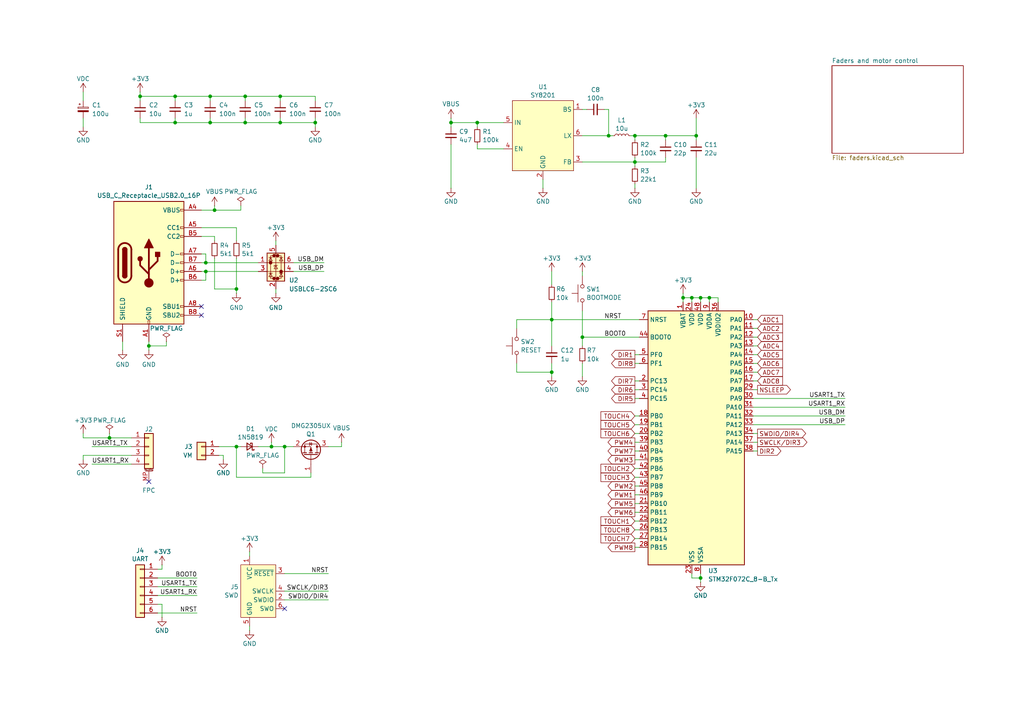
<source format=kicad_sch>
(kicad_sch
	(version 20231120)
	(generator "eeschema")
	(generator_version "8.0")
	(uuid "47ef7db7-299d-4f78-9abd-30c71fd4cb96")
	(paper "A4")
	
	(junction
		(at 184.15 46.99)
		(diameter 0)
		(color 0 0 0 0)
		(uuid "01ecb549-7397-4902-9db8-526b9ef2e10f")
	)
	(junction
		(at 198.12 86.36)
		(diameter 0)
		(color 0 0 0 0)
		(uuid "040aefeb-5635-4043-82f3-760ad7a5c51d")
	)
	(junction
		(at 82.55 129.54)
		(diameter 0)
		(color 0 0 0 0)
		(uuid "06ed763b-5b1e-4a17-b61e-e2328502e010")
	)
	(junction
		(at 60.96 27.94)
		(diameter 0)
		(color 0 0 0 0)
		(uuid "07184488-0111-4e55-8a0f-0eb8a8747fbd")
	)
	(junction
		(at 91.44 35.56)
		(diameter 0)
		(color 0 0 0 0)
		(uuid "0cd718ea-a0b6-4a33-9b60-19fa926a4ea2")
	)
	(junction
		(at 184.15 39.37)
		(diameter 0)
		(color 0 0 0 0)
		(uuid "123f1aca-5fed-4111-b372-06715b57391c")
	)
	(junction
		(at 193.04 39.37)
		(diameter 0)
		(color 0 0 0 0)
		(uuid "29f1da63-8519-4875-96e2-ad0de7237e10")
	)
	(junction
		(at 62.23 60.96)
		(diameter 0)
		(color 0 0 0 0)
		(uuid "306601c3-1595-411c-9f93-10d5258d28ee")
	)
	(junction
		(at 81.28 35.56)
		(diameter 0)
		(color 0 0 0 0)
		(uuid "39cdc67b-dbae-44f6-bc4b-e7d0856dc8b7")
	)
	(junction
		(at 50.8 35.56)
		(diameter 0)
		(color 0 0 0 0)
		(uuid "3d2bbb8f-def9-487f-b3ae-a50ddde70062")
	)
	(junction
		(at 201.93 39.37)
		(diameter 0)
		(color 0 0 0 0)
		(uuid "478ebd70-0f7f-42a5-b438-83c520885bf0")
	)
	(junction
		(at 43.18 100.33)
		(diameter 0)
		(color 0 0 0 0)
		(uuid "5a3b429f-a12f-42e3-b0ae-569bc1d3bfa6")
	)
	(junction
		(at 81.28 27.94)
		(diameter 0)
		(color 0 0 0 0)
		(uuid "629bf52f-84a2-4021-ab96-4f4da23e8915")
	)
	(junction
		(at 68.58 83.82)
		(diameter 0)
		(color 0 0 0 0)
		(uuid "83f128a0-169d-4028-92af-1cdfeb221cc1")
	)
	(junction
		(at 205.74 86.36)
		(diameter 0)
		(color 0 0 0 0)
		(uuid "86a980ba-66e5-465b-b69f-8451d386f49f")
	)
	(junction
		(at 31.75 127)
		(diameter 0)
		(color 0 0 0 0)
		(uuid "874e5432-9a67-4232-94c1-66745fa2f679")
	)
	(junction
		(at 59.69 78.74)
		(diameter 0)
		(color 0 0 0 0)
		(uuid "88162d80-e876-4146-9765-078de4014b80")
	)
	(junction
		(at 203.2 167.64)
		(diameter 0)
		(color 0 0 0 0)
		(uuid "8bc678b2-3aaa-4b86-92e6-787d89ccb432")
	)
	(junction
		(at 176.53 39.37)
		(diameter 0)
		(color 0 0 0 0)
		(uuid "8f47b7e6-5c9c-452d-8d36-b91df4c47515")
	)
	(junction
		(at 203.2 86.36)
		(diameter 0)
		(color 0 0 0 0)
		(uuid "939cfd2e-2173-40b7-8793-3feae710b8e7")
	)
	(junction
		(at 50.8 27.94)
		(diameter 0)
		(color 0 0 0 0)
		(uuid "951c9b82-52bd-44a7-899c-618b0fd2cdbd")
	)
	(junction
		(at 160.02 107.95)
		(diameter 0)
		(color 0 0 0 0)
		(uuid "9741f398-1597-4eba-8be9-e211c714a35b")
	)
	(junction
		(at 68.58 129.54)
		(diameter 0)
		(color 0 0 0 0)
		(uuid "99340852-5a06-4d08-992e-54d13338d665")
	)
	(junction
		(at 168.91 97.79)
		(diameter 0)
		(color 0 0 0 0)
		(uuid "9d35ba31-a2de-4070-b50b-ccd04af9ac64")
	)
	(junction
		(at 71.12 35.56)
		(diameter 0)
		(color 0 0 0 0)
		(uuid "9de75551-dc21-4d74-92f6-ca850f68ddd4")
	)
	(junction
		(at 59.69 76.2)
		(diameter 0)
		(color 0 0 0 0)
		(uuid "a8055bfa-504a-47fe-be20-24f356e35f58")
	)
	(junction
		(at 160.02 92.71)
		(diameter 0)
		(color 0 0 0 0)
		(uuid "aaea7034-170f-41f2-bb9f-4c661eefb2bd")
	)
	(junction
		(at 200.66 86.36)
		(diameter 0)
		(color 0 0 0 0)
		(uuid "aeb9a1ba-93d2-40b6-a24d-53221830b8af")
	)
	(junction
		(at 40.64 27.94)
		(diameter 0)
		(color 0 0 0 0)
		(uuid "b1a04391-444e-42e1-b221-a677030b7001")
	)
	(junction
		(at 71.12 27.94)
		(diameter 0)
		(color 0 0 0 0)
		(uuid "c8c11ba3-d292-4c2a-b335-4751e243ac87")
	)
	(junction
		(at 130.81 35.56)
		(diameter 0)
		(color 0 0 0 0)
		(uuid "e1fcd8df-4a59-4b91-95b6-5a2ceaa42b17")
	)
	(junction
		(at 78.74 129.54)
		(diameter 0)
		(color 0 0 0 0)
		(uuid "e6aa47ec-43d2-469e-9499-72de74f6f1a0")
	)
	(junction
		(at 138.43 35.56)
		(diameter 0)
		(color 0 0 0 0)
		(uuid "ea90c3cd-fca5-4a9e-8fef-bde255fcd196")
	)
	(junction
		(at 60.96 35.56)
		(diameter 0)
		(color 0 0 0 0)
		(uuid "ffec608c-ce52-4d2f-a63e-4c104b8d9867")
	)
	(no_connect
		(at 58.42 91.44)
		(uuid "34ac04b1-6152-449a-a975-33ab90760029")
	)
	(no_connect
		(at 43.18 139.7)
		(uuid "6beddf35-7b3b-44a1-afd0-7cf5129a1892")
	)
	(no_connect
		(at 82.55 176.53)
		(uuid "ad933c2b-50e3-4695-a98c-626ec4b47dc0")
	)
	(no_connect
		(at 58.42 88.9)
		(uuid "e1cbfa2b-f555-4b25-8eb8-1f167a2c0afa")
	)
	(wire
		(pts
			(xy 64.77 132.08) (xy 64.77 133.35)
		)
		(stroke
			(width 0)
			(type default)
		)
		(uuid "0048ad90-83bc-4d23-b958-9075c404bbb2")
	)
	(wire
		(pts
			(xy 40.64 27.94) (xy 50.8 27.94)
		)
		(stroke
			(width 0)
			(type default)
		)
		(uuid "01b31b82-1a41-4cb5-98a7-3fa2f080a861")
	)
	(wire
		(pts
			(xy 31.75 125.73) (xy 31.75 127)
		)
		(stroke
			(width 0)
			(type default)
		)
		(uuid "01cf38c0-c484-4f24-b3a9-b9a3678eb794")
	)
	(wire
		(pts
			(xy 78.74 129.54) (xy 82.55 129.54)
		)
		(stroke
			(width 0)
			(type default)
		)
		(uuid "02a3b9c6-d777-4594-ac05-958d1c2dcc6b")
	)
	(wire
		(pts
			(xy 168.91 97.79) (xy 168.91 100.33)
		)
		(stroke
			(width 0)
			(type default)
		)
		(uuid "041df7a9-8a46-43d8-b6b7-102f3387bf6f")
	)
	(wire
		(pts
			(xy 184.15 130.81) (xy 185.42 130.81)
		)
		(stroke
			(width 0)
			(type default)
		)
		(uuid "04d62428-0865-4c89-99dd-db4b9b812375")
	)
	(wire
		(pts
			(xy 71.12 34.29) (xy 71.12 35.56)
		)
		(stroke
			(width 0)
			(type default)
		)
		(uuid "061be30a-67db-4872-9608-fa2b87f2ca0f")
	)
	(wire
		(pts
			(xy 81.28 34.29) (xy 81.28 35.56)
		)
		(stroke
			(width 0)
			(type default)
		)
		(uuid "06212692-73e6-494b-af4c-cf3c4ea9d7bf")
	)
	(wire
		(pts
			(xy 81.28 35.56) (xy 91.44 35.56)
		)
		(stroke
			(width 0)
			(type default)
		)
		(uuid "06833611-1471-4b27-b271-8afabe33edf3")
	)
	(wire
		(pts
			(xy 90.17 137.16) (xy 90.17 138.43)
		)
		(stroke
			(width 0)
			(type default)
		)
		(uuid "0a507c12-4a4b-46eb-8040-a33f43c062b0")
	)
	(wire
		(pts
			(xy 45.72 165.1) (xy 46.99 165.1)
		)
		(stroke
			(width 0)
			(type default)
		)
		(uuid "0a8318db-1e90-4f64-8deb-4c59378483e3")
	)
	(wire
		(pts
			(xy 149.86 105.41) (xy 149.86 107.95)
		)
		(stroke
			(width 0)
			(type default)
		)
		(uuid "0b0cda31-54b5-4226-9fd9-9e9e51da0f7d")
	)
	(wire
		(pts
			(xy 63.5 132.08) (xy 64.77 132.08)
		)
		(stroke
			(width 0)
			(type default)
		)
		(uuid "0c8ed0b2-de2a-4ca2-8ce2-3179a1f1d09e")
	)
	(wire
		(pts
			(xy 149.86 107.95) (xy 160.02 107.95)
		)
		(stroke
			(width 0)
			(type default)
		)
		(uuid "0d309a18-7775-455b-ae98-950939d89c6e")
	)
	(wire
		(pts
			(xy 68.58 129.54) (xy 69.85 129.54)
		)
		(stroke
			(width 0)
			(type default)
		)
		(uuid "0e6cb037-21c1-4f08-af4b-ce5d3470104e")
	)
	(wire
		(pts
			(xy 184.15 148.59) (xy 185.42 148.59)
		)
		(stroke
			(width 0)
			(type default)
		)
		(uuid "0eeb34cb-61f2-483b-82b1-1766b3eb5f84")
	)
	(wire
		(pts
			(xy 184.15 105.41) (xy 185.42 105.41)
		)
		(stroke
			(width 0)
			(type default)
		)
		(uuid "0faa8a7b-776d-4e56-aa33-cb9ccfeca810")
	)
	(wire
		(pts
			(xy 58.42 78.74) (xy 59.69 78.74)
		)
		(stroke
			(width 0)
			(type default)
		)
		(uuid "10186dba-eddb-4727-a7a0-cc4d99111848")
	)
	(wire
		(pts
			(xy 193.04 39.37) (xy 201.93 39.37)
		)
		(stroke
			(width 0)
			(type default)
		)
		(uuid "147455c7-f55c-4397-aacf-0d671a54b7a1")
	)
	(wire
		(pts
			(xy 46.99 175.26) (xy 46.99 179.07)
		)
		(stroke
			(width 0)
			(type default)
		)
		(uuid "17cd9133-a068-403f-8c49-350d2f7a34d1")
	)
	(wire
		(pts
			(xy 62.23 59.69) (xy 62.23 60.96)
		)
		(stroke
			(width 0)
			(type default)
		)
		(uuid "18cd0b6a-4469-4514-b265-bb7aac67e768")
	)
	(wire
		(pts
			(xy 31.75 127) (xy 38.1 127)
		)
		(stroke
			(width 0)
			(type default)
		)
		(uuid "18fc09cf-b4aa-4aa0-b16c-d5f9e3a8aeae")
	)
	(wire
		(pts
			(xy 45.72 170.18) (xy 57.15 170.18)
		)
		(stroke
			(width 0)
			(type default)
		)
		(uuid "1977860f-3fff-4428-9f72-f02184260950")
	)
	(wire
		(pts
			(xy 99.06 128.27) (xy 99.06 129.54)
		)
		(stroke
			(width 0)
			(type default)
		)
		(uuid "199175a7-82a8-454a-b79c-4c6f348d8356")
	)
	(wire
		(pts
			(xy 58.42 66.04) (xy 68.58 66.04)
		)
		(stroke
			(width 0)
			(type default)
		)
		(uuid "1f21ce92-2107-4f6d-a1c8-e047e8b0b647")
	)
	(wire
		(pts
			(xy 45.72 175.26) (xy 46.99 175.26)
		)
		(stroke
			(width 0)
			(type default)
		)
		(uuid "1fb904ed-111d-4c95-a826-570f471e4415")
	)
	(wire
		(pts
			(xy 46.99 165.1) (xy 46.99 163.83)
		)
		(stroke
			(width 0)
			(type default)
		)
		(uuid "2039c496-b5be-451a-82db-5240d49c7ca5")
	)
	(wire
		(pts
			(xy 81.28 27.94) (xy 91.44 27.94)
		)
		(stroke
			(width 0)
			(type default)
		)
		(uuid "2434cc48-e2e8-4d71-a181-3cafdb7c62d7")
	)
	(wire
		(pts
			(xy 24.13 26.67) (xy 24.13 29.21)
		)
		(stroke
			(width 0)
			(type default)
		)
		(uuid "24ec5f5b-87fa-4940-ac7e-5faf5a8a70f3")
	)
	(wire
		(pts
			(xy 203.2 86.36) (xy 203.2 87.63)
		)
		(stroke
			(width 0)
			(type default)
		)
		(uuid "2648eafd-6e5f-4004-9095-ac7a69dc4fad")
	)
	(wire
		(pts
			(xy 48.26 99.06) (xy 48.26 100.33)
		)
		(stroke
			(width 0)
			(type default)
		)
		(uuid "27abd8b6-742d-4eb3-ab1e-50776d161871")
	)
	(wire
		(pts
			(xy 82.55 166.37) (xy 95.25 166.37)
		)
		(stroke
			(width 0)
			(type default)
		)
		(uuid "285a1b51-98fd-4483-bb97-fec1405ec392")
	)
	(wire
		(pts
			(xy 218.44 113.03) (xy 219.71 113.03)
		)
		(stroke
			(width 0)
			(type default)
		)
		(uuid "2b269f28-cc09-448e-bfec-a0cbd2540710")
	)
	(wire
		(pts
			(xy 184.15 151.13) (xy 185.42 151.13)
		)
		(stroke
			(width 0)
			(type default)
		)
		(uuid "2e63f24f-d3e6-4cd1-90ec-19e56361ed91")
	)
	(wire
		(pts
			(xy 203.2 166.37) (xy 203.2 167.64)
		)
		(stroke
			(width 0)
			(type default)
		)
		(uuid "2eaf0a90-188f-4fc5-8bbd-a9aac8cc5696")
	)
	(wire
		(pts
			(xy 201.93 45.72) (xy 201.93 54.61)
		)
		(stroke
			(width 0)
			(type default)
		)
		(uuid "2f054bbe-20c2-42d5-bbcf-a64bbba01a52")
	)
	(wire
		(pts
			(xy 85.09 76.2) (xy 93.98 76.2)
		)
		(stroke
			(width 0)
			(type default)
		)
		(uuid "3060fea5-6e64-423a-aa09-3424c16a4380")
	)
	(wire
		(pts
			(xy 72.39 160.02) (xy 72.39 161.29)
		)
		(stroke
			(width 0)
			(type default)
		)
		(uuid "340255d8-64ca-4359-9231-de877ac71ddf")
	)
	(wire
		(pts
			(xy 130.81 35.56) (xy 130.81 36.83)
		)
		(stroke
			(width 0)
			(type default)
		)
		(uuid "35ba4859-37bb-4288-9592-1ca41ebc1dd0")
	)
	(wire
		(pts
			(xy 58.42 60.96) (xy 62.23 60.96)
		)
		(stroke
			(width 0)
			(type default)
		)
		(uuid "3607ce74-728c-4683-b8e0-0a95aec4bfe2")
	)
	(wire
		(pts
			(xy 91.44 34.29) (xy 91.44 35.56)
		)
		(stroke
			(width 0)
			(type default)
		)
		(uuid "3666ceed-0ddb-4136-9bb1-1cdf5100b893")
	)
	(wire
		(pts
			(xy 62.23 68.58) (xy 62.23 69.85)
		)
		(stroke
			(width 0)
			(type default)
		)
		(uuid "384c2752-6bd4-478a-8656-099f83299d41")
	)
	(wire
		(pts
			(xy 45.72 167.64) (xy 57.15 167.64)
		)
		(stroke
			(width 0)
			(type default)
		)
		(uuid "39b985cf-4f86-43fa-a0d6-0a3c9ce50722")
	)
	(wire
		(pts
			(xy 184.15 115.57) (xy 185.42 115.57)
		)
		(stroke
			(width 0)
			(type default)
		)
		(uuid "3c341e09-318c-43ec-89a3-9cfdc5ee5186")
	)
	(wire
		(pts
			(xy 201.93 39.37) (xy 201.93 34.29)
		)
		(stroke
			(width 0)
			(type default)
		)
		(uuid "3d9ad24f-7ff7-4756-940c-e3c29f64722f")
	)
	(wire
		(pts
			(xy 184.15 113.03) (xy 185.42 113.03)
		)
		(stroke
			(width 0)
			(type default)
		)
		(uuid "3e21f81f-c760-4c68-9396-0fc9c4065f1d")
	)
	(wire
		(pts
			(xy 78.74 128.27) (xy 78.74 129.54)
		)
		(stroke
			(width 0)
			(type default)
		)
		(uuid "3f1082ef-7361-4d7f-8aad-85705cb3ead8")
	)
	(wire
		(pts
			(xy 203.2 167.64) (xy 203.2 168.91)
		)
		(stroke
			(width 0)
			(type default)
		)
		(uuid "401d4367-61bf-4fbc-bada-b9542db0119b")
	)
	(wire
		(pts
			(xy 130.81 35.56) (xy 138.43 35.56)
		)
		(stroke
			(width 0)
			(type default)
		)
		(uuid "407d23ed-f466-45fc-955c-5c4411afacb9")
	)
	(wire
		(pts
			(xy 43.18 100.33) (xy 43.18 101.6)
		)
		(stroke
			(width 0)
			(type default)
		)
		(uuid "432eb8e1-4bb4-4738-a6d2-c22cfd6a048f")
	)
	(wire
		(pts
			(xy 82.55 137.16) (xy 82.55 129.54)
		)
		(stroke
			(width 0)
			(type default)
		)
		(uuid "443dbc95-7d23-4951-8f1e-56b975802fed")
	)
	(wire
		(pts
			(xy 50.8 35.56) (xy 60.96 35.56)
		)
		(stroke
			(width 0)
			(type default)
		)
		(uuid "4b72cc0c-3552-4aaf-b9f6-c29d4053f08f")
	)
	(wire
		(pts
			(xy 68.58 138.43) (xy 90.17 138.43)
		)
		(stroke
			(width 0)
			(type default)
		)
		(uuid "4c49f2fd-5af4-4ae9-9840-9820dee2b2fd")
	)
	(wire
		(pts
			(xy 184.15 125.73) (xy 185.42 125.73)
		)
		(stroke
			(width 0)
			(type default)
		)
		(uuid "4cdf7558-dcfe-4c7e-8382-892972d57984")
	)
	(wire
		(pts
			(xy 76.2 135.89) (xy 76.2 137.16)
		)
		(stroke
			(width 0)
			(type default)
		)
		(uuid "4f5ade44-8174-4f44-9ca3-ebc905047fca")
	)
	(wire
		(pts
			(xy 208.28 87.63) (xy 208.28 86.36)
		)
		(stroke
			(width 0)
			(type default)
		)
		(uuid "51dd7b7d-5eda-4e12-9c37-480c9f5fad13")
	)
	(wire
		(pts
			(xy 45.72 177.8) (xy 57.15 177.8)
		)
		(stroke
			(width 0)
			(type default)
		)
		(uuid "526fd515-087e-40d1-93ed-b7b19b1f1a0e")
	)
	(wire
		(pts
			(xy 198.12 86.36) (xy 200.66 86.36)
		)
		(stroke
			(width 0)
			(type default)
		)
		(uuid "54784272-d671-432e-b766-91082b058b18")
	)
	(wire
		(pts
			(xy 58.42 73.66) (xy 59.69 73.66)
		)
		(stroke
			(width 0)
			(type default)
		)
		(uuid "55d0fa8c-b5f6-4de4-ae5d-8ef5a95b30b5")
	)
	(wire
		(pts
			(xy 62.23 60.96) (xy 69.85 60.96)
		)
		(stroke
			(width 0)
			(type default)
		)
		(uuid "5857f32e-4066-46e1-b3b1-7829571a5a36")
	)
	(wire
		(pts
			(xy 68.58 66.04) (xy 68.58 69.85)
		)
		(stroke
			(width 0)
			(type default)
		)
		(uuid "5881e0e1-abce-4b71-acdd-76b9bf40ad29")
	)
	(wire
		(pts
			(xy 82.55 173.99) (xy 95.25 173.99)
		)
		(stroke
			(width 0)
			(type default)
		)
		(uuid "58fd72c5-c3c2-4123-bdad-25f4d6368f71")
	)
	(wire
		(pts
			(xy 68.58 85.09) (xy 68.58 83.82)
		)
		(stroke
			(width 0)
			(type default)
		)
		(uuid "5965530b-018b-4a93-b8dc-48a767bef16a")
	)
	(wire
		(pts
			(xy 24.13 125.73) (xy 24.13 127)
		)
		(stroke
			(width 0)
			(type default)
		)
		(uuid "5b039e59-f332-489a-94ce-25f58b432a02")
	)
	(wire
		(pts
			(xy 82.55 129.54) (xy 85.09 129.54)
		)
		(stroke
			(width 0)
			(type default)
		)
		(uuid "5c6f3a22-bcb3-401e-8d17-0eb4b4b040ba")
	)
	(wire
		(pts
			(xy 184.15 46.99) (xy 184.15 48.26)
		)
		(stroke
			(width 0)
			(type default)
		)
		(uuid "5d0f83c8-1220-4967-a04f-b8b1a958b625")
	)
	(wire
		(pts
			(xy 60.96 35.56) (xy 71.12 35.56)
		)
		(stroke
			(width 0)
			(type default)
		)
		(uuid "5fae56fc-4188-478c-be4f-680ddf84875b")
	)
	(wire
		(pts
			(xy 138.43 43.18) (xy 146.05 43.18)
		)
		(stroke
			(width 0)
			(type default)
		)
		(uuid "5ff5f9eb-fcf8-445c-8b70-66da854e37e9")
	)
	(wire
		(pts
			(xy 85.09 78.74) (xy 93.98 78.74)
		)
		(stroke
			(width 0)
			(type default)
		)
		(uuid "60ab488b-6e41-4545-807f-dc53fd729dc4")
	)
	(wire
		(pts
			(xy 193.04 39.37) (xy 193.04 40.64)
		)
		(stroke
			(width 0)
			(type default)
		)
		(uuid "64011de7-7760-4ec3-ae34-0f6b20f93192")
	)
	(wire
		(pts
			(xy 62.23 74.93) (xy 62.23 83.82)
		)
		(stroke
			(width 0)
			(type default)
		)
		(uuid "64e31f6c-0edd-40c0-963a-98dc54e1af17")
	)
	(wire
		(pts
			(xy 182.88 39.37) (xy 184.15 39.37)
		)
		(stroke
			(width 0)
			(type default)
		)
		(uuid "65b54cdc-4e1f-4533-a2d5-cf29a46b6611")
	)
	(wire
		(pts
			(xy 168.91 97.79) (xy 185.42 97.79)
		)
		(stroke
			(width 0)
			(type default)
		)
		(uuid "6833933d-53c3-4bdf-9156-5d84b7c96577")
	)
	(wire
		(pts
			(xy 184.15 138.43) (xy 185.42 138.43)
		)
		(stroke
			(width 0)
			(type default)
		)
		(uuid "68f8452a-f130-4b79-aa73-76325a5cdb18")
	)
	(wire
		(pts
			(xy 24.13 127) (xy 31.75 127)
		)
		(stroke
			(width 0)
			(type default)
		)
		(uuid "6921b631-7bbd-4688-9160-2f698aa4926a")
	)
	(wire
		(pts
			(xy 71.12 27.94) (xy 71.12 29.21)
		)
		(stroke
			(width 0)
			(type default)
		)
		(uuid "6cc492c8-1cce-4c93-b91a-715f11802443")
	)
	(wire
		(pts
			(xy 184.15 45.72) (xy 184.15 46.99)
		)
		(stroke
			(width 0)
			(type default)
		)
		(uuid "6f8af875-0f2e-4e98-940d-a16a4545d17f")
	)
	(wire
		(pts
			(xy 168.91 46.99) (xy 184.15 46.99)
		)
		(stroke
			(width 0)
			(type default)
		)
		(uuid "70120d0e-3cf3-4039-8d79-4d394f8ff45d")
	)
	(wire
		(pts
			(xy 59.69 76.2) (xy 74.93 76.2)
		)
		(stroke
			(width 0)
			(type default)
		)
		(uuid "716898b5-ca9c-442c-a1f5-27c43cc25ccb")
	)
	(wire
		(pts
			(xy 72.39 181.61) (xy 72.39 182.88)
		)
		(stroke
			(width 0)
			(type default)
		)
		(uuid "72283cbd-8c52-48d8-ac86-e47ced53e479")
	)
	(wire
		(pts
			(xy 160.02 92.71) (xy 149.86 92.71)
		)
		(stroke
			(width 0)
			(type default)
		)
		(uuid "7427ba6a-a1c1-4906-92f2-16c0cb19e43f")
	)
	(wire
		(pts
			(xy 80.01 83.82) (xy 80.01 85.09)
		)
		(stroke
			(width 0)
			(type default)
		)
		(uuid "77d3f894-28ff-463d-a6f8-a68dda1fee20")
	)
	(wire
		(pts
			(xy 205.74 86.36) (xy 205.74 87.63)
		)
		(stroke
			(width 0)
			(type default)
		)
		(uuid "7ab6beae-b7a2-484b-a598-eb789154dade")
	)
	(wire
		(pts
			(xy 203.2 86.36) (xy 205.74 86.36)
		)
		(stroke
			(width 0)
			(type default)
		)
		(uuid "7bf4308e-f756-4772-b742-40294becee4f")
	)
	(wire
		(pts
			(xy 60.96 27.94) (xy 60.96 29.21)
		)
		(stroke
			(width 0)
			(type default)
		)
		(uuid "7c05c1ff-7a74-406e-b643-dd3ee16a7084")
	)
	(wire
		(pts
			(xy 184.15 39.37) (xy 184.15 40.64)
		)
		(stroke
			(width 0)
			(type default)
		)
		(uuid "7c544ad1-a709-4ad9-a1e9-7c1afc636155")
	)
	(wire
		(pts
			(xy 184.15 135.89) (xy 185.42 135.89)
		)
		(stroke
			(width 0)
			(type default)
		)
		(uuid "7c8de7df-36c1-4ab8-b21c-e650e393af7d")
	)
	(wire
		(pts
			(xy 184.15 128.27) (xy 185.42 128.27)
		)
		(stroke
			(width 0)
			(type default)
		)
		(uuid "7c980c14-b265-441a-960f-6dc1ab323cbc")
	)
	(wire
		(pts
			(xy 160.02 105.41) (xy 160.02 107.95)
		)
		(stroke
			(width 0)
			(type default)
		)
		(uuid "7d5bb250-de93-4e83-9934-976c2ee2d171")
	)
	(wire
		(pts
			(xy 184.15 123.19) (xy 185.42 123.19)
		)
		(stroke
			(width 0)
			(type default)
		)
		(uuid "7f010d39-8a2a-4557-b411-743a1095f9dc")
	)
	(wire
		(pts
			(xy 184.15 120.65) (xy 185.42 120.65)
		)
		(stroke
			(width 0)
			(type default)
		)
		(uuid "7f0833dc-990e-4daa-a180-407ed4377967")
	)
	(wire
		(pts
			(xy 200.66 86.36) (xy 203.2 86.36)
		)
		(stroke
			(width 0)
			(type default)
		)
		(uuid "7f223536-652d-426f-bb8f-ebe3151c9a1f")
	)
	(wire
		(pts
			(xy 59.69 81.28) (xy 59.69 78.74)
		)
		(stroke
			(width 0)
			(type default)
		)
		(uuid "7f3698cf-6291-45f9-b4e6-f6e82a1dbeac")
	)
	(wire
		(pts
			(xy 138.43 35.56) (xy 138.43 36.83)
		)
		(stroke
			(width 0)
			(type default)
		)
		(uuid "84a5567d-6f5c-4912-9451-fe9c27384491")
	)
	(wire
		(pts
			(xy 168.91 90.17) (xy 168.91 97.79)
		)
		(stroke
			(width 0)
			(type default)
		)
		(uuid "861ad518-43d3-4bfc-9bab-b2469456a41f")
	)
	(wire
		(pts
			(xy 82.55 171.45) (xy 95.25 171.45)
		)
		(stroke
			(width 0)
			(type default)
		)
		(uuid "867d1f97-7119-4335-91b0-0a8de5236943")
	)
	(wire
		(pts
			(xy 168.91 31.75) (xy 170.18 31.75)
		)
		(stroke
			(width 0)
			(type default)
		)
		(uuid "86bd337e-9433-44c6-bc6f-a0aafc51bbdb")
	)
	(wire
		(pts
			(xy 130.81 34.29) (xy 130.81 35.56)
		)
		(stroke
			(width 0)
			(type default)
		)
		(uuid "874f4750-c39e-4b7e-8a00-835e58a9ed80")
	)
	(wire
		(pts
			(xy 218.44 95.25) (xy 219.71 95.25)
		)
		(stroke
			(width 0)
			(type default)
		)
		(uuid "875edc13-607e-4093-b201-3228dfb1de89")
	)
	(wire
		(pts
			(xy 160.02 87.63) (xy 160.02 92.71)
		)
		(stroke
			(width 0)
			(type default)
		)
		(uuid "89bfbd7c-a446-4ad7-879d-8f37f8aad056")
	)
	(wire
		(pts
			(xy 24.13 132.08) (xy 24.13 133.35)
		)
		(stroke
			(width 0)
			(type default)
		)
		(uuid "8c4eac7f-f793-4362-a7dd-b75349b5af14")
	)
	(wire
		(pts
			(xy 176.53 31.75) (xy 176.53 39.37)
		)
		(stroke
			(width 0)
			(type default)
		)
		(uuid "8c798fd9-eeb6-4dde-9671-650658f905da")
	)
	(wire
		(pts
			(xy 184.15 39.37) (xy 193.04 39.37)
		)
		(stroke
			(width 0)
			(type default)
		)
		(uuid "90180508-8b07-4083-a19f-450954a5177a")
	)
	(wire
		(pts
			(xy 218.44 125.73) (xy 219.71 125.73)
		)
		(stroke
			(width 0)
			(type default)
		)
		(uuid "90693952-ddff-4916-ba9c-c587b5d8b3ce")
	)
	(wire
		(pts
			(xy 160.02 107.95) (xy 160.02 109.22)
		)
		(stroke
			(width 0)
			(type default)
		)
		(uuid "914f002c-23fe-4d0d-8afa-6f607218c0db")
	)
	(wire
		(pts
			(xy 184.15 140.97) (xy 185.42 140.97)
		)
		(stroke
			(width 0)
			(type default)
		)
		(uuid "91c2e16a-f8a9-4107-92d9-ad18aa841955")
	)
	(wire
		(pts
			(xy 205.74 86.36) (xy 208.28 86.36)
		)
		(stroke
			(width 0)
			(type default)
		)
		(uuid "94333956-7134-4104-a16e-0dc9f3621df7")
	)
	(wire
		(pts
			(xy 69.85 59.69) (xy 69.85 60.96)
		)
		(stroke
			(width 0)
			(type default)
		)
		(uuid "95565fbf-38c1-4760-b5b3-8b6624f5872a")
	)
	(wire
		(pts
			(xy 184.15 146.05) (xy 185.42 146.05)
		)
		(stroke
			(width 0)
			(type default)
		)
		(uuid "98410376-bd60-46ee-b324-a2935711fcfa")
	)
	(wire
		(pts
			(xy 68.58 138.43) (xy 68.58 129.54)
		)
		(stroke
			(width 0)
			(type default)
		)
		(uuid "99197383-3adf-4ec5-aae4-aae8a4cc7041")
	)
	(wire
		(pts
			(xy 71.12 35.56) (xy 81.28 35.56)
		)
		(stroke
			(width 0)
			(type default)
		)
		(uuid "9a831e28-5873-452d-84a0-fda31d2d4bc2")
	)
	(wire
		(pts
			(xy 50.8 34.29) (xy 50.8 35.56)
		)
		(stroke
			(width 0)
			(type default)
		)
		(uuid "9a966c3a-737b-48bc-9f18-6e38f543bf5e")
	)
	(wire
		(pts
			(xy 26.67 129.54) (xy 38.1 129.54)
		)
		(stroke
			(width 0)
			(type default)
		)
		(uuid "9b5d2a4c-6de7-4cce-9b21-7827e6424ca7")
	)
	(wire
		(pts
			(xy 50.8 27.94) (xy 50.8 29.21)
		)
		(stroke
			(width 0)
			(type default)
		)
		(uuid "9d9c2b01-8051-4697-aa2d-78b770e83a2d")
	)
	(wire
		(pts
			(xy 184.15 143.51) (xy 185.42 143.51)
		)
		(stroke
			(width 0)
			(type default)
		)
		(uuid "a0d9fd43-59a1-4e4f-ab8a-e3b90a24cf85")
	)
	(wire
		(pts
			(xy 160.02 92.71) (xy 160.02 100.33)
		)
		(stroke
			(width 0)
			(type default)
		)
		(uuid "a29c03e6-a983-424a-af01-f726d3ccc997")
	)
	(wire
		(pts
			(xy 40.64 35.56) (xy 50.8 35.56)
		)
		(stroke
			(width 0)
			(type default)
		)
		(uuid "a3703c23-6d5a-49e8-8dc9-e6b8c499608d")
	)
	(wire
		(pts
			(xy 184.15 53.34) (xy 184.15 54.61)
		)
		(stroke
			(width 0)
			(type default)
		)
		(uuid "a3ee96f5-7cea-41d5-bfec-4c2b6ab7cb2e")
	)
	(wire
		(pts
			(xy 198.12 86.36) (xy 198.12 87.63)
		)
		(stroke
			(width 0)
			(type default)
		)
		(uuid "a4cfc726-718e-4d25-bf58-ac4f4272f13b")
	)
	(wire
		(pts
			(xy 149.86 92.71) (xy 149.86 95.25)
		)
		(stroke
			(width 0)
			(type default)
		)
		(uuid "a4e582ea-ff20-46bd-b3d0-f4e8869477b2")
	)
	(wire
		(pts
			(xy 218.44 100.33) (xy 219.71 100.33)
		)
		(stroke
			(width 0)
			(type default)
		)
		(uuid "a50cae7c-7f07-46eb-b5cc-045c4e4a5798")
	)
	(wire
		(pts
			(xy 218.44 110.49) (xy 219.71 110.49)
		)
		(stroke
			(width 0)
			(type default)
		)
		(uuid "a56bae1b-1fca-4067-a155-f76d816b5b97")
	)
	(wire
		(pts
			(xy 218.44 105.41) (xy 219.71 105.41)
		)
		(stroke
			(width 0)
			(type default)
		)
		(uuid "a796efc0-f9cb-4d6e-9e4c-398d53367cce")
	)
	(wire
		(pts
			(xy 59.69 76.2) (xy 59.69 73.66)
		)
		(stroke
			(width 0)
			(type default)
		)
		(uuid "aaae5aa0-8cf3-48ef-bc04-3da57dc49321")
	)
	(wire
		(pts
			(xy 40.64 34.29) (xy 40.64 35.56)
		)
		(stroke
			(width 0)
			(type default)
		)
		(uuid "ab0a616b-b6cc-4318-84fb-36c9e1869a16")
	)
	(wire
		(pts
			(xy 218.44 115.57) (xy 245.11 115.57)
		)
		(stroke
			(width 0)
			(type default)
		)
		(uuid "abb054ca-058b-42b1-ade5-3c9c86fee476")
	)
	(wire
		(pts
			(xy 200.66 166.37) (xy 200.66 167.64)
		)
		(stroke
			(width 0)
			(type default)
		)
		(uuid "ac9acd9a-5201-4421-b6f7-886144f99c2d")
	)
	(wire
		(pts
			(xy 43.18 99.06) (xy 43.18 100.33)
		)
		(stroke
			(width 0)
			(type default)
		)
		(uuid "addf122d-dca8-4fbd-bebf-7c08cb4b2baf")
	)
	(wire
		(pts
			(xy 168.91 105.41) (xy 168.91 109.22)
		)
		(stroke
			(width 0)
			(type default)
		)
		(uuid "b0d13a4e-569a-4ab6-ac58-529d27131a9f")
	)
	(wire
		(pts
			(xy 58.42 76.2) (xy 59.69 76.2)
		)
		(stroke
			(width 0)
			(type default)
		)
		(uuid "b1cebb67-1693-44c1-822c-9b7962491d93")
	)
	(wire
		(pts
			(xy 35.56 99.06) (xy 35.56 101.6)
		)
		(stroke
			(width 0)
			(type default)
		)
		(uuid "b2c13478-4c1d-4e8c-8793-76f992c66af2")
	)
	(wire
		(pts
			(xy 40.64 26.67) (xy 40.64 27.94)
		)
		(stroke
			(width 0)
			(type default)
		)
		(uuid "b2d8327d-80e5-4c85-a6c1-352552bf4a29")
	)
	(wire
		(pts
			(xy 24.13 132.08) (xy 38.1 132.08)
		)
		(stroke
			(width 0)
			(type default)
		)
		(uuid "b31aab92-a963-4f1e-b6c4-f7fa2534030e")
	)
	(wire
		(pts
			(xy 185.42 92.71) (xy 160.02 92.71)
		)
		(stroke
			(width 0)
			(type default)
		)
		(uuid "b3e0f214-c80d-4516-9912-79173a439b00")
	)
	(wire
		(pts
			(xy 63.5 129.54) (xy 68.58 129.54)
		)
		(stroke
			(width 0)
			(type default)
		)
		(uuid "b522f5e0-14f6-45d2-9cbd-5fd570a6e2ba")
	)
	(wire
		(pts
			(xy 218.44 130.81) (xy 219.71 130.81)
		)
		(stroke
			(width 0)
			(type default)
		)
		(uuid "b53dc3cb-f2c0-42fc-9687-ee3637cd0267")
	)
	(wire
		(pts
			(xy 130.81 41.91) (xy 130.81 54.61)
		)
		(stroke
			(width 0)
			(type default)
		)
		(uuid "b5b15c10-015d-42a6-8252-d5aae9c39d13")
	)
	(wire
		(pts
			(xy 50.8 27.94) (xy 60.96 27.94)
		)
		(stroke
			(width 0)
			(type default)
		)
		(uuid "b5e0856f-a8ef-48cc-bed2-ccf2118651f7")
	)
	(wire
		(pts
			(xy 58.42 68.58) (xy 62.23 68.58)
		)
		(stroke
			(width 0)
			(type default)
		)
		(uuid "b60b66fc-20fc-4041-a6c2-fd706951bc80")
	)
	(wire
		(pts
			(xy 218.44 107.95) (xy 219.71 107.95)
		)
		(stroke
			(width 0)
			(type default)
		)
		(uuid "ba316e23-05c3-46bc-bc41-3c4bf2541f6a")
	)
	(wire
		(pts
			(xy 218.44 92.71) (xy 219.71 92.71)
		)
		(stroke
			(width 0)
			(type default)
		)
		(uuid "ba399fd7-bf23-4898-aa1b-87b2586cd98a")
	)
	(wire
		(pts
			(xy 176.53 39.37) (xy 177.8 39.37)
		)
		(stroke
			(width 0)
			(type default)
		)
		(uuid "bbcb419b-e1dc-4895-bde1-f5b12ab46cf4")
	)
	(wire
		(pts
			(xy 184.15 110.49) (xy 185.42 110.49)
		)
		(stroke
			(width 0)
			(type default)
		)
		(uuid "bd12d411-df0a-4c17-bbdb-cc80b7ac80f4")
	)
	(wire
		(pts
			(xy 68.58 74.93) (xy 68.58 83.82)
		)
		(stroke
			(width 0)
			(type default)
		)
		(uuid "beeed78d-4b8f-479f-bb3b-868ce7a6b828")
	)
	(wire
		(pts
			(xy 76.2 137.16) (xy 82.55 137.16)
		)
		(stroke
			(width 0)
			(type default)
		)
		(uuid "c0abebcf-c6b7-4ca8-aaf2-221fde1e2665")
	)
	(wire
		(pts
			(xy 81.28 27.94) (xy 81.28 29.21)
		)
		(stroke
			(width 0)
			(type default)
		)
		(uuid "c1d5fb0a-2ee2-448c-97a7-41348809e0ef")
	)
	(wire
		(pts
			(xy 60.96 27.94) (xy 71.12 27.94)
		)
		(stroke
			(width 0)
			(type default)
		)
		(uuid "c4444a78-c09a-48d2-83c9-abf25a9e7178")
	)
	(wire
		(pts
			(xy 218.44 120.65) (xy 245.11 120.65)
		)
		(stroke
			(width 0)
			(type default)
		)
		(uuid "c69039b3-4290-45a4-a4bc-0777216ca679")
	)
	(wire
		(pts
			(xy 201.93 39.37) (xy 201.93 40.64)
		)
		(stroke
			(width 0)
			(type default)
		)
		(uuid "c6cfcb3a-730b-4658-8431-63793c63b7e9")
	)
	(wire
		(pts
			(xy 168.91 78.74) (xy 168.91 80.01)
		)
		(stroke
			(width 0)
			(type default)
		)
		(uuid "c89d1af5-285b-41d5-9d26-c79c91f317da")
	)
	(wire
		(pts
			(xy 184.15 102.87) (xy 185.42 102.87)
		)
		(stroke
			(width 0)
			(type default)
		)
		(uuid "c8c4c15d-0790-4ac9-83b8-a67676c53e36")
	)
	(wire
		(pts
			(xy 60.96 34.29) (xy 60.96 35.56)
		)
		(stroke
			(width 0)
			(type default)
		)
		(uuid "c90a3c9e-5779-4c28-8b99-01e481052021")
	)
	(wire
		(pts
			(xy 91.44 29.21) (xy 91.44 27.94)
		)
		(stroke
			(width 0)
			(type default)
		)
		(uuid "ca41b0ac-62cf-4c1d-879b-4c6e006d464c")
	)
	(wire
		(pts
			(xy 58.42 81.28) (xy 59.69 81.28)
		)
		(stroke
			(width 0)
			(type default)
		)
		(uuid "cd3ea629-628c-40e2-ad92-f01c904970ee")
	)
	(wire
		(pts
			(xy 138.43 35.56) (xy 146.05 35.56)
		)
		(stroke
			(width 0)
			(type default)
		)
		(uuid "cea5eecc-2938-4b0d-a346-e76e54e48f7e")
	)
	(wire
		(pts
			(xy 184.15 158.75) (xy 185.42 158.75)
		)
		(stroke
			(width 0)
			(type default)
		)
		(uuid "cfa50b5f-6974-49cf-86bd-b8685d1dfa51")
	)
	(wire
		(pts
			(xy 157.48 52.07) (xy 157.48 54.61)
		)
		(stroke
			(width 0)
			(type default)
		)
		(uuid "d36098b2-a7f5-4adc-8135-9c422fb8a915")
	)
	(wire
		(pts
			(xy 80.01 69.85) (xy 80.01 71.12)
		)
		(stroke
			(width 0)
			(type default)
		)
		(uuid "d3946505-803e-4ad4-8955-84cc507dab34")
	)
	(wire
		(pts
			(xy 184.15 133.35) (xy 185.42 133.35)
		)
		(stroke
			(width 0)
			(type default)
		)
		(uuid "d438d665-5406-4492-b533-9018d17493df")
	)
	(wire
		(pts
			(xy 184.15 153.67) (xy 185.42 153.67)
		)
		(stroke
			(width 0)
			(type default)
		)
		(uuid "d451d7fb-018d-4f76-bf4e-dd58153f1429")
	)
	(wire
		(pts
			(xy 74.93 129.54) (xy 78.74 129.54)
		)
		(stroke
			(width 0)
			(type default)
		)
		(uuid "d7545b7f-63a6-4383-b867-9c4fa376df63")
	)
	(wire
		(pts
			(xy 198.12 85.09) (xy 198.12 86.36)
		)
		(stroke
			(width 0)
			(type default)
		)
		(uuid "d7a0867e-25e2-4f4a-b692-5d05a8a8cb8b")
	)
	(wire
		(pts
			(xy 40.64 27.94) (xy 40.64 29.21)
		)
		(stroke
			(width 0)
			(type default)
		)
		(uuid "d7c3c501-d9d5-416b-876c-f6690989102e")
	)
	(wire
		(pts
			(xy 68.58 83.82) (xy 62.23 83.82)
		)
		(stroke
			(width 0)
			(type default)
		)
		(uuid "d827e24d-e23e-4330-93fa-1f6948d473bd")
	)
	(wire
		(pts
			(xy 200.66 167.64) (xy 203.2 167.64)
		)
		(stroke
			(width 0)
			(type default)
		)
		(uuid "d8627c18-0e9a-4967-862d-00456659de3c")
	)
	(wire
		(pts
			(xy 99.06 129.54) (xy 95.25 129.54)
		)
		(stroke
			(width 0)
			(type default)
		)
		(uuid "da00f806-c4ac-4c60-8178-b0d4aaad2fb4")
	)
	(wire
		(pts
			(xy 168.91 39.37) (xy 176.53 39.37)
		)
		(stroke
			(width 0)
			(type default)
		)
		(uuid "dca1bb94-ccc3-4f4f-a840-dd1e1c01d6a2")
	)
	(wire
		(pts
			(xy 184.15 156.21) (xy 185.42 156.21)
		)
		(stroke
			(width 0)
			(type default)
		)
		(uuid "de6ee751-0aae-4e9c-a508-5710a1ec8ffd")
	)
	(wire
		(pts
			(xy 218.44 128.27) (xy 219.71 128.27)
		)
		(stroke
			(width 0)
			(type default)
		)
		(uuid "dedd53a9-4051-4827-be3e-aa4afda71baf")
	)
	(wire
		(pts
			(xy 160.02 78.74) (xy 160.02 82.55)
		)
		(stroke
			(width 0)
			(type default)
		)
		(uuid "e0080456-2550-470b-a36c-44e9823fd8bc")
	)
	(wire
		(pts
			(xy 193.04 45.72) (xy 193.04 46.99)
		)
		(stroke
			(width 0)
			(type default)
		)
		(uuid "e2de3a9d-0894-4dcb-be96-41d17bfaf58a")
	)
	(wire
		(pts
			(xy 218.44 102.87) (xy 219.71 102.87)
		)
		(stroke
			(width 0)
			(type default)
		)
		(uuid "e45aa2b1-d2d1-4b3f-9a7a-c98d973469b6")
	)
	(wire
		(pts
			(xy 48.26 100.33) (xy 43.18 100.33)
		)
		(stroke
			(width 0)
			(type default)
		)
		(uuid "e7ea2e25-6e5f-4e5e-82bc-64616529282e")
	)
	(wire
		(pts
			(xy 138.43 41.91) (xy 138.43 43.18)
		)
		(stroke
			(width 0)
			(type default)
		)
		(uuid "e81e3824-13de-49c9-9d7b-2ab43094ce5e")
	)
	(wire
		(pts
			(xy 218.44 97.79) (xy 219.71 97.79)
		)
		(stroke
			(width 0)
			(type default)
		)
		(uuid "e994e198-c09e-4f63-9073-2065bb03863c")
	)
	(wire
		(pts
			(xy 218.44 118.11) (xy 245.11 118.11)
		)
		(stroke
			(width 0)
			(type default)
		)
		(uuid "f1698acc-980c-4690-a637-6cf6dfbb06a6")
	)
	(wire
		(pts
			(xy 200.66 86.36) (xy 200.66 87.63)
		)
		(stroke
			(width 0)
			(type default)
		)
		(uuid "f2d6c217-b24d-4910-bc39-3a72b1cc1889")
	)
	(wire
		(pts
			(xy 175.26 31.75) (xy 176.53 31.75)
		)
		(stroke
			(width 0)
			(type default)
		)
		(uuid "f42464d4-b71c-4517-ae3c-3d95b53f4607")
	)
	(wire
		(pts
			(xy 24.13 34.29) (xy 24.13 36.83)
		)
		(stroke
			(width 0)
			(type default)
		)
		(uuid "f452d0e6-0d96-4235-9488-f9143b0da7a2")
	)
	(wire
		(pts
			(xy 193.04 46.99) (xy 184.15 46.99)
		)
		(stroke
			(width 0)
			(type default)
		)
		(uuid "f46fd348-4cf7-4a35-9747-5649477b472b")
	)
	(wire
		(pts
			(xy 45.72 172.72) (xy 57.15 172.72)
		)
		(stroke
			(width 0)
			(type default)
		)
		(uuid "f5d15649-674a-4366-ae28-24a7ca67ec32")
	)
	(wire
		(pts
			(xy 91.44 35.56) (xy 91.44 36.83)
		)
		(stroke
			(width 0)
			(type default)
		)
		(uuid "f67d9bd7-d44c-4fe5-b1ad-d401c70a94ca")
	)
	(wire
		(pts
			(xy 71.12 27.94) (xy 81.28 27.94)
		)
		(stroke
			(width 0)
			(type default)
		)
		(uuid "f6aead90-682e-44fd-a3e2-8cbb66e85e3d")
	)
	(wire
		(pts
			(xy 59.69 78.74) (xy 74.93 78.74)
		)
		(stroke
			(width 0)
			(type default)
		)
		(uuid "f7854cb2-6046-4efd-a6a4-68f0e0fa342e")
	)
	(wire
		(pts
			(xy 26.67 134.62) (xy 38.1 134.62)
		)
		(stroke
			(width 0)
			(type default)
		)
		(uuid "fca8e4f5-87ea-4528-b985-951817681bb0")
	)
	(wire
		(pts
			(xy 218.44 123.19) (xy 245.11 123.19)
		)
		(stroke
			(width 0)
			(type default)
		)
		(uuid "fd721772-6f6c-4f6c-a6bf-6661212de2e4")
	)
	(label "BOOT0"
		(at 175.26 97.79 0)
		(fields_autoplaced yes)
		(effects
			(font
				(size 1.27 1.27)
			)
			(justify left bottom)
		)
		(uuid "02629606-8a46-4355-9439-d8baeff61538")
	)
	(label "SWCLK{slash}DIR3"
		(at 95.25 171.45 180)
		(fields_autoplaced yes)
		(effects
			(font
				(size 1.27 1.27)
			)
			(justify right bottom)
		)
		(uuid "0bfad269-e786-4d0e-98ea-2f674433d4ac")
	)
	(label "NRST"
		(at 175.26 92.71 0)
		(fields_autoplaced yes)
		(effects
			(font
				(size 1.27 1.27)
			)
			(justify left bottom)
		)
		(uuid "321f50f1-90b5-4821-b784-c469794d08fd")
	)
	(label "USART1_RX"
		(at 245.11 118.11 180)
		(fields_autoplaced yes)
		(effects
			(font
				(size 1.27 1.27)
			)
			(justify right bottom)
		)
		(uuid "39b1f20c-d965-4973-89c5-b5993b07ac4a")
	)
	(label "USB_DP"
		(at 93.98 78.74 180)
		(fields_autoplaced yes)
		(effects
			(font
				(size 1.27 1.27)
			)
			(justify right bottom)
		)
		(uuid "4867ab3c-ffab-45cd-adb2-69d75304b9d1")
	)
	(label "USART1_RX"
		(at 26.67 134.62 0)
		(fields_autoplaced yes)
		(effects
			(font
				(size 1.27 1.27)
			)
			(justify left bottom)
		)
		(uuid "675bfb8c-9dc6-4a07-8ff4-a3d0ec0517c0")
	)
	(label "USART1_TX"
		(at 26.67 129.54 0)
		(fields_autoplaced yes)
		(effects
			(font
				(size 1.27 1.27)
			)
			(justify left bottom)
		)
		(uuid "698e1147-b49e-497c-8dcf-babf4dc58425")
	)
	(label "BOOT0"
		(at 57.15 167.64 180)
		(fields_autoplaced yes)
		(effects
			(font
				(size 1.27 1.27)
			)
			(justify right bottom)
		)
		(uuid "811630b5-c0e3-4297-86f7-2594815ca3fa")
	)
	(label "USART1_TX"
		(at 57.15 170.18 180)
		(fields_autoplaced yes)
		(effects
			(font
				(size 1.27 1.27)
			)
			(justify right bottom)
		)
		(uuid "9f75d88e-4ffe-4c54-a620-2f214032d042")
	)
	(label "USB_DM"
		(at 245.11 120.65 180)
		(fields_autoplaced yes)
		(effects
			(font
				(size 1.27 1.27)
			)
			(justify right bottom)
		)
		(uuid "a265ff3f-a25b-4dd1-8523-57bbce0a1c23")
	)
	(label "USART1_RX"
		(at 57.15 172.72 180)
		(fields_autoplaced yes)
		(effects
			(font
				(size 1.27 1.27)
			)
			(justify right bottom)
		)
		(uuid "a7731ef3-e430-49e5-a03e-24f286b166bc")
	)
	(label "NRST"
		(at 57.15 177.8 180)
		(fields_autoplaced yes)
		(effects
			(font
				(size 1.27 1.27)
			)
			(justify right bottom)
		)
		(uuid "bac1e3de-cd20-4d5e-a233-34967d7234d7")
	)
	(label "NRST"
		(at 95.25 166.37 180)
		(fields_autoplaced yes)
		(effects
			(font
				(size 1.27 1.27)
			)
			(justify right bottom)
		)
		(uuid "c1d4357d-a447-43f3-b5d7-7d4b72e9a4ad")
	)
	(label "USB_DP"
		(at 245.11 123.19 180)
		(fields_autoplaced yes)
		(effects
			(font
				(size 1.27 1.27)
			)
			(justify right bottom)
		)
		(uuid "d289b64a-73b0-4e45-b346-3f578f493a3d")
	)
	(label "USB_DM"
		(at 93.98 76.2 180)
		(fields_autoplaced yes)
		(effects
			(font
				(size 1.27 1.27)
			)
			(justify right bottom)
		)
		(uuid "f041d19b-6d11-46da-919d-be1d86dfc4f5")
	)
	(label "USART1_TX"
		(at 245.11 115.57 180)
		(fields_autoplaced yes)
		(effects
			(font
				(size 1.27 1.27)
			)
			(justify right bottom)
		)
		(uuid "f5e3c66f-5f98-4364-bf7c-e5043da067c7")
	)
	(label "SWDIO{slash}DIR4"
		(at 95.25 173.99 180)
		(fields_autoplaced yes)
		(effects
			(font
				(size 1.27 1.27)
			)
			(justify right bottom)
		)
		(uuid "ffa7705e-5248-494b-a929-319024fed026")
	)
	(global_label "TOUCH6"
		(shape input)
		(at 184.15 125.73 180)
		(fields_autoplaced yes)
		(effects
			(font
				(size 1.27 1.27)
			)
			(justify right)
		)
		(uuid "0395e437-509b-475b-a270-9cd54adc1378")
		(property "Intersheetrefs" "${INTERSHEET_REFS}"
			(at 173.7262 125.73 0)
			(effects
				(font
					(size 1.27 1.27)
				)
				(justify right)
				(hide yes)
			)
		)
	)
	(global_label "ADC3"
		(shape input)
		(at 219.71 97.79 0)
		(fields_autoplaced yes)
		(effects
			(font
				(size 1.27 1.27)
			)
			(justify left)
		)
		(uuid "19025b63-c3e5-478e-9a2e-43b76352b948")
		(property "Intersheetrefs" "${INTERSHEET_REFS}"
			(at 227.5333 97.79 0)
			(effects
				(font
					(size 1.27 1.27)
				)
				(justify left)
				(hide yes)
			)
		)
	)
	(global_label "ADC4"
		(shape input)
		(at 219.71 100.33 0)
		(fields_autoplaced yes)
		(effects
			(font
				(size 1.27 1.27)
			)
			(justify left)
		)
		(uuid "1ccf19aa-3720-476d-b722-ad916052d614")
		(property "Intersheetrefs" "${INTERSHEET_REFS}"
			(at 227.5333 100.33 0)
			(effects
				(font
					(size 1.27 1.27)
				)
				(justify left)
				(hide yes)
			)
		)
	)
	(global_label "ADC2"
		(shape input)
		(at 219.71 95.25 0)
		(fields_autoplaced yes)
		(effects
			(font
				(size 1.27 1.27)
			)
			(justify left)
		)
		(uuid "3778f7a7-9f2f-475d-8fd5-edb47b395f12")
		(property "Intersheetrefs" "${INTERSHEET_REFS}"
			(at 227.5333 95.25 0)
			(effects
				(font
					(size 1.27 1.27)
				)
				(justify left)
				(hide yes)
			)
		)
	)
	(global_label "ADC8"
		(shape input)
		(at 219.71 110.49 0)
		(fields_autoplaced yes)
		(effects
			(font
				(size 1.27 1.27)
			)
			(justify left)
		)
		(uuid "3d60e3aa-4c50-4e71-bdc4-0ba4749cf686")
		(property "Intersheetrefs" "${INTERSHEET_REFS}"
			(at 227.5333 110.49 0)
			(effects
				(font
					(size 1.27 1.27)
				)
				(justify left)
				(hide yes)
			)
		)
	)
	(global_label "ADC5"
		(shape input)
		(at 219.71 102.87 0)
		(fields_autoplaced yes)
		(effects
			(font
				(size 1.27 1.27)
			)
			(justify left)
		)
		(uuid "49627f27-7d5b-42fa-9c10-04f73cbefc03")
		(property "Intersheetrefs" "${INTERSHEET_REFS}"
			(at 227.5333 102.87 0)
			(effects
				(font
					(size 1.27 1.27)
				)
				(justify left)
				(hide yes)
			)
		)
	)
	(global_label "PWM1"
		(shape output)
		(at 184.15 143.51 180)
		(fields_autoplaced yes)
		(effects
			(font
				(size 1.27 1.27)
			)
			(justify right)
		)
		(uuid "4aa8bda2-1600-4995-b5a5-64be90efc72b")
		(property "Intersheetrefs" "${INTERSHEET_REFS}"
			(at 175.7825 143.51 0)
			(effects
				(font
					(size 1.27 1.27)
				)
				(justify right)
				(hide yes)
			)
		)
	)
	(global_label "DIR8"
		(shape output)
		(at 184.15 105.41 180)
		(fields_autoplaced yes)
		(effects
			(font
				(size 1.27 1.27)
			)
			(justify right)
		)
		(uuid "5296be84-e380-46d9-8665-60d1b5ff5d99")
		(property "Intersheetrefs" "${INTERSHEET_REFS}"
			(at 176.8105 105.41 0)
			(effects
				(font
					(size 1.27 1.27)
				)
				(justify right)
				(hide yes)
			)
		)
	)
	(global_label "PWM3"
		(shape output)
		(at 184.15 133.35 180)
		(fields_autoplaced yes)
		(effects
			(font
				(size 1.27 1.27)
			)
			(justify right)
		)
		(uuid "54e12509-e345-4163-8919-4f674fc93f71")
		(property "Intersheetrefs" "${INTERSHEET_REFS}"
			(at 175.7825 133.35 0)
			(effects
				(font
					(size 1.27 1.27)
				)
				(justify right)
				(hide yes)
			)
		)
	)
	(global_label "ADC7"
		(shape input)
		(at 219.71 107.95 0)
		(fields_autoplaced yes)
		(effects
			(font
				(size 1.27 1.27)
			)
			(justify left)
		)
		(uuid "555d60a9-9fd2-45e5-8d33-fc0a48367e48")
		(property "Intersheetrefs" "${INTERSHEET_REFS}"
			(at 227.5333 107.95 0)
			(effects
				(font
					(size 1.27 1.27)
				)
				(justify left)
				(hide yes)
			)
		)
	)
	(global_label "TOUCH5"
		(shape input)
		(at 184.15 123.19 180)
		(fields_autoplaced yes)
		(effects
			(font
				(size 1.27 1.27)
			)
			(justify right)
		)
		(uuid "567d367e-3892-41ab-bfb1-f13d1ae3e994")
		(property "Intersheetrefs" "${INTERSHEET_REFS}"
			(at 173.7262 123.19 0)
			(effects
				(font
					(size 1.27 1.27)
				)
				(justify right)
				(hide yes)
			)
		)
	)
	(global_label "TOUCH2"
		(shape input)
		(at 184.15 135.89 180)
		(fields_autoplaced yes)
		(effects
			(font
				(size 1.27 1.27)
			)
			(justify right)
		)
		(uuid "5b1e068c-0355-4407-92db-af929662b7c6")
		(property "Intersheetrefs" "${INTERSHEET_REFS}"
			(at 173.7262 135.89 0)
			(effects
				(font
					(size 1.27 1.27)
				)
				(justify right)
				(hide yes)
			)
		)
	)
	(global_label "ADC6"
		(shape input)
		(at 219.71 105.41 0)
		(fields_autoplaced yes)
		(effects
			(font
				(size 1.27 1.27)
			)
			(justify left)
		)
		(uuid "679d0a4f-1003-4cee-830d-22c2c73fef40")
		(property "Intersheetrefs" "${INTERSHEET_REFS}"
			(at 227.5333 105.41 0)
			(effects
				(font
					(size 1.27 1.27)
				)
				(justify left)
				(hide yes)
			)
		)
	)
	(global_label "TOUCH4"
		(shape input)
		(at 184.15 120.65 180)
		(fields_autoplaced yes)
		(effects
			(font
				(size 1.27 1.27)
			)
			(justify right)
		)
		(uuid "705d2e4f-b78a-46ff-87d1-311bd39cb87d")
		(property "Intersheetrefs" "${INTERSHEET_REFS}"
			(at 173.7262 120.65 0)
			(effects
				(font
					(size 1.27 1.27)
				)
				(justify right)
				(hide yes)
			)
		)
	)
	(global_label "SWDIO{slash}DIR4"
		(shape output)
		(at 219.71 125.73 0)
		(fields_autoplaced yes)
		(effects
			(font
				(size 1.27 1.27)
			)
			(justify left)
		)
		(uuid "74a56b1a-5d28-4cec-940c-af611086e53e")
		(property "Intersheetrefs" "${INTERSHEET_REFS}"
			(at 234.2462 125.73 0)
			(effects
				(font
					(size 1.27 1.27)
				)
				(justify left)
				(hide yes)
			)
		)
	)
	(global_label "PWM6"
		(shape output)
		(at 184.15 148.59 180)
		(fields_autoplaced yes)
		(effects
			(font
				(size 1.27 1.27)
			)
			(justify right)
		)
		(uuid "79dd0c6f-e8e5-46e5-afe2-871b35dceee9")
		(property "Intersheetrefs" "${INTERSHEET_REFS}"
			(at 175.7825 148.59 0)
			(effects
				(font
					(size 1.27 1.27)
				)
				(justify right)
				(hide yes)
			)
		)
	)
	(global_label "DIR2"
		(shape output)
		(at 219.71 130.81 0)
		(fields_autoplaced yes)
		(effects
			(font
				(size 1.27 1.27)
			)
			(justify left)
		)
		(uuid "7c07055a-3ff9-4112-b447-730f7128c722")
		(property "Intersheetrefs" "${INTERSHEET_REFS}"
			(at 227.0495 130.81 0)
			(effects
				(font
					(size 1.27 1.27)
				)
				(justify left)
				(hide yes)
			)
		)
	)
	(global_label "PWM5"
		(shape output)
		(at 184.15 146.05 180)
		(fields_autoplaced yes)
		(effects
			(font
				(size 1.27 1.27)
			)
			(justify right)
		)
		(uuid "83a6f98a-cbc2-475e-a1ad-a8ae21dbe884")
		(property "Intersheetrefs" "${INTERSHEET_REFS}"
			(at 175.7825 146.05 0)
			(effects
				(font
					(size 1.27 1.27)
				)
				(justify right)
				(hide yes)
			)
		)
	)
	(global_label "TOUCH7"
		(shape input)
		(at 184.15 156.21 180)
		(fields_autoplaced yes)
		(effects
			(font
				(size 1.27 1.27)
			)
			(justify right)
		)
		(uuid "8441b357-c1e7-4fa8-8884-26adaa3022e5")
		(property "Intersheetrefs" "${INTERSHEET_REFS}"
			(at 173.7262 156.21 0)
			(effects
				(font
					(size 1.27 1.27)
				)
				(justify right)
				(hide yes)
			)
		)
	)
	(global_label "TOUCH3"
		(shape input)
		(at 184.15 138.43 180)
		(fields_autoplaced yes)
		(effects
			(font
				(size 1.27 1.27)
			)
			(justify right)
		)
		(uuid "869f3a57-ad30-4558-a30f-afdfb4aaf99e")
		(property "Intersheetrefs" "${INTERSHEET_REFS}"
			(at 173.7262 138.43 0)
			(effects
				(font
					(size 1.27 1.27)
				)
				(justify right)
				(hide yes)
			)
		)
	)
	(global_label "PWM7"
		(shape output)
		(at 184.15 130.81 180)
		(fields_autoplaced yes)
		(effects
			(font
				(size 1.27 1.27)
			)
			(justify right)
		)
		(uuid "881fdd6d-a24a-47c9-8eff-81faeff3563b")
		(property "Intersheetrefs" "${INTERSHEET_REFS}"
			(at 175.7825 130.81 0)
			(effects
				(font
					(size 1.27 1.27)
				)
				(justify right)
				(hide yes)
			)
		)
	)
	(global_label "SWCLK{slash}DIR3"
		(shape output)
		(at 219.71 128.27 0)
		(fields_autoplaced yes)
		(effects
			(font
				(size 1.27 1.27)
			)
			(justify left)
		)
		(uuid "8b2d7730-01cb-4161-b0c2-c999a514fe77")
		(property "Intersheetrefs" "${INTERSHEET_REFS}"
			(at 234.609 128.27 0)
			(effects
				(font
					(size 1.27 1.27)
				)
				(justify left)
				(hide yes)
			)
		)
	)
	(global_label "PWM8"
		(shape output)
		(at 184.15 158.75 180)
		(fields_autoplaced yes)
		(effects
			(font
				(size 1.27 1.27)
			)
			(justify right)
		)
		(uuid "94549717-9728-4659-a301-72175821bd6a")
		(property "Intersheetrefs" "${INTERSHEET_REFS}"
			(at 175.7825 158.75 0)
			(effects
				(font
					(size 1.27 1.27)
				)
				(justify right)
				(hide yes)
			)
		)
	)
	(global_label "DIR1"
		(shape output)
		(at 184.15 102.87 180)
		(fields_autoplaced yes)
		(effects
			(font
				(size 1.27 1.27)
			)
			(justify right)
		)
		(uuid "a6d58c09-e9a0-4427-b2bf-bd9c1a10b806")
		(property "Intersheetrefs" "${INTERSHEET_REFS}"
			(at 176.8105 102.87 0)
			(effects
				(font
					(size 1.27 1.27)
				)
				(justify right)
				(hide yes)
			)
		)
	)
	(global_label "DIR7"
		(shape output)
		(at 184.15 110.49 180)
		(fields_autoplaced yes)
		(effects
			(font
				(size 1.27 1.27)
			)
			(justify right)
		)
		(uuid "b8aec65f-4296-4e33-8742-6a00c965a5c5")
		(property "Intersheetrefs" "${INTERSHEET_REFS}"
			(at 176.8105 110.49 0)
			(effects
				(font
					(size 1.27 1.27)
				)
				(justify right)
				(hide yes)
			)
		)
	)
	(global_label "NSLEEP"
		(shape output)
		(at 219.71 113.03 0)
		(fields_autoplaced yes)
		(effects
			(font
				(size 1.27 1.27)
			)
			(justify left)
		)
		(uuid "ca7ef413-8e15-4e78-a949-ee4f076be18e")
		(property "Intersheetrefs" "${INTERSHEET_REFS}"
			(at 229.8313 113.03 0)
			(effects
				(font
					(size 1.27 1.27)
				)
				(justify left)
				(hide yes)
			)
		)
	)
	(global_label "DIR6"
		(shape output)
		(at 184.15 113.03 180)
		(fields_autoplaced yes)
		(effects
			(font
				(size 1.27 1.27)
			)
			(justify right)
		)
		(uuid "d4612bd6-d1f1-42ae-8c4c-bc611f0d919b")
		(property "Intersheetrefs" "${INTERSHEET_REFS}"
			(at 176.8105 113.03 0)
			(effects
				(font
					(size 1.27 1.27)
				)
				(justify right)
				(hide yes)
			)
		)
	)
	(global_label "TOUCH8"
		(shape input)
		(at 184.15 153.67 180)
		(fields_autoplaced yes)
		(effects
			(font
				(size 1.27 1.27)
			)
			(justify right)
		)
		(uuid "d7b29f4b-2793-4c1f-9a34-2b2e22ce3261")
		(property "Intersheetrefs" "${INTERSHEET_REFS}"
			(at 173.7262 153.67 0)
			(effects
				(font
					(size 1.27 1.27)
				)
				(justify right)
				(hide yes)
			)
		)
	)
	(global_label "ADC1"
		(shape input)
		(at 219.71 92.71 0)
		(fields_autoplaced yes)
		(effects
			(font
				(size 1.27 1.27)
			)
			(justify left)
		)
		(uuid "f4ee5725-c531-459f-a2b3-818511428a38")
		(property "Intersheetrefs" "${INTERSHEET_REFS}"
			(at 227.5333 92.71 0)
			(effects
				(font
					(size 1.27 1.27)
				)
				(justify left)
				(hide yes)
			)
		)
	)
	(global_label "TOUCH1"
		(shape input)
		(at 184.15 151.13 180)
		(fields_autoplaced yes)
		(effects
			(font
				(size 1.27 1.27)
			)
			(justify right)
		)
		(uuid "fa25e863-c6db-4057-9882-ef64605e7b5b")
		(property "Intersheetrefs" "${INTERSHEET_REFS}"
			(at 173.7262 151.13 0)
			(effects
				(font
					(size 1.27 1.27)
				)
				(justify right)
				(hide yes)
			)
		)
	)
	(global_label "PWM2"
		(shape output)
		(at 184.15 140.97 180)
		(fields_autoplaced yes)
		(effects
			(font
				(size 1.27 1.27)
			)
			(justify right)
		)
		(uuid "fbbf9b3d-dad6-4f40-83f1-e37c863a7ab2")
		(property "Intersheetrefs" "${INTERSHEET_REFS}"
			(at 175.7825 140.97 0)
			(effects
				(font
					(size 1.27 1.27)
				)
				(justify right)
				(hide yes)
			)
		)
	)
	(global_label "DIR5"
		(shape output)
		(at 184.15 115.57 180)
		(fields_autoplaced yes)
		(effects
			(font
				(size 1.27 1.27)
			)
			(justify right)
		)
		(uuid "fcefd114-0d96-414b-aa6f-bff0a8638b82")
		(property "Intersheetrefs" "${INTERSHEET_REFS}"
			(at 176.8105 115.57 0)
			(effects
				(font
					(size 1.27 1.27)
				)
				(justify right)
				(hide yes)
			)
		)
	)
	(global_label "PWM4"
		(shape output)
		(at 184.15 128.27 180)
		(fields_autoplaced yes)
		(effects
			(font
				(size 1.27 1.27)
			)
			(justify right)
		)
		(uuid "fd5b2a44-b2c2-4b29-bd5f-d24a57001ff2")
		(property "Intersheetrefs" "${INTERSHEET_REFS}"
			(at 175.7825 128.27 0)
			(effects
				(font
					(size 1.27 1.27)
				)
				(justify right)
				(hide yes)
			)
		)
	)
	(symbol
		(lib_id "power:PWR_FLAG")
		(at 69.85 59.69 0)
		(unit 1)
		(exclude_from_sim no)
		(in_bom yes)
		(on_board yes)
		(dnp no)
		(uuid "0a99bf4e-3791-48b4-b4d2-9c3adadd40c9")
		(property "Reference" "#FLG01"
			(at 69.85 57.785 0)
			(effects
				(font
					(size 1.27 1.27)
				)
				(hide yes)
			)
		)
		(property "Value" "PWR_FLAG"
			(at 69.85 55.5569 0)
			(effects
				(font
					(size 1.27 1.27)
				)
			)
		)
		(property "Footprint" ""
			(at 69.85 59.69 0)
			(effects
				(font
					(size 1.27 1.27)
				)
				(hide yes)
			)
		)
		(property "Datasheet" "~"
			(at 69.85 59.69 0)
			(effects
				(font
					(size 1.27 1.27)
				)
				(hide yes)
			)
		)
		(property "Description" "Special symbol for telling ERC where power comes from"
			(at 69.85 59.69 0)
			(effects
				(font
					(size 1.27 1.27)
				)
				(hide yes)
			)
		)
		(pin "1"
			(uuid "0d47baf9-18b2-4bb0-afd6-75b3db517ade")
		)
		(instances
			(project ""
				(path "/47ef7db7-299d-4f78-9abd-30c71fd4cb96"
					(reference "#FLG01")
					(unit 1)
				)
			)
		)
	)
	(symbol
		(lib_id "Connector_Generic_MountingPin:Conn_01x04_MountingPin")
		(at 43.18 129.54 0)
		(unit 1)
		(exclude_from_sim no)
		(in_bom yes)
		(on_board yes)
		(dnp no)
		(uuid "0b7f8280-f7d3-49ce-a5e8-725d140057ce")
		(property "Reference" "J2"
			(at 43.18 124.46 0)
			(effects
				(font
					(size 1.27 1.27)
				)
			)
		)
		(property "Value" "FPC"
			(at 43.18 142.24 0)
			(effects
				(font
					(size 1.27 1.27)
				)
			)
		)
		(property "Footprint" "faderboard:Jushuo_AFC01-S04FCx-00_1x04-1MP_P0.50mm_Horizontal"
			(at 43.18 129.54 0)
			(effects
				(font
					(size 1.27 1.27)
				)
				(hide yes)
			)
		)
		(property "Datasheet" "~"
			(at 43.18 129.54 0)
			(effects
				(font
					(size 1.27 1.27)
				)
				(hide yes)
			)
		)
		(property "Description" "Generic connectable mounting pin connector, single row, 01x04, script generated (kicad-library-utils/schlib/autogen/connector/)"
			(at 43.18 129.54 0)
			(effects
				(font
					(size 1.27 1.27)
				)
				(hide yes)
			)
		)
		(pin "1"
			(uuid "6932db9f-eddb-4da3-9bbf-c38875311f99")
		)
		(pin "2"
			(uuid "0094988e-6cd6-4bd3-9215-ae6cab63ba2b")
		)
		(pin "3"
			(uuid "18e170de-7760-46ed-97cd-1cb6857c146b")
		)
		(pin "4"
			(uuid "c8214b1d-cb0a-44c8-8387-c85ebf8eefb3")
		)
		(pin "MP"
			(uuid "c907989d-fb50-433d-b815-fa083c76f81b")
		)
		(instances
			(project ""
				(path "/47ef7db7-299d-4f78-9abd-30c71fd4cb96"
					(reference "J2")
					(unit 1)
				)
			)
		)
	)
	(symbol
		(lib_id "Switch:SW_Push")
		(at 168.91 85.09 90)
		(unit 1)
		(exclude_from_sim no)
		(in_bom yes)
		(on_board yes)
		(dnp no)
		(fields_autoplaced yes)
		(uuid "12262bc8-7135-4b60-858c-be070ded57b0")
		(property "Reference" "SW1"
			(at 170.053 83.8778 90)
			(effects
				(font
					(size 1.27 1.27)
				)
				(justify right)
			)
		)
		(property "Value" "BOOTMODE"
			(at 170.053 86.3021 90)
			(effects
				(font
					(size 1.27 1.27)
				)
				(justify right)
			)
		)
		(property "Footprint" "faderboard:SW_Push_SPST_NO_XKB_TS-1187A-X-X-X"
			(at 163.83 85.09 0)
			(effects
				(font
					(size 1.27 1.27)
				)
				(hide yes)
			)
		)
		(property "Datasheet" "~"
			(at 163.83 85.09 0)
			(effects
				(font
					(size 1.27 1.27)
				)
				(hide yes)
			)
		)
		(property "Description" "Push button switch, generic, two pins"
			(at 168.91 85.09 0)
			(effects
				(font
					(size 1.27 1.27)
				)
				(hide yes)
			)
		)
		(pin "2"
			(uuid "1f704925-30ba-4658-aa97-3da52a7fb78f")
		)
		(pin "1"
			(uuid "d70c1dac-1a1c-4e05-a15c-11287df04585")
		)
		(instances
			(project ""
				(path "/47ef7db7-299d-4f78-9abd-30c71fd4cb96"
					(reference "SW1")
					(unit 1)
				)
			)
		)
	)
	(symbol
		(lib_id "Device:C_Small")
		(at 60.96 31.75 0)
		(unit 1)
		(exclude_from_sim no)
		(in_bom yes)
		(on_board yes)
		(dnp no)
		(uuid "1c4dce76-7f14-4144-9070-20d73b28536e")
		(property "Reference" "C4"
			(at 63.5 30.48 0)
			(effects
				(font
					(size 1.27 1.27)
				)
				(justify left)
			)
		)
		(property "Value" "100n"
			(at 63.5 33.02 0)
			(effects
				(font
					(size 1.27 1.27)
				)
				(justify left)
			)
		)
		(property "Footprint" "Capacitor_SMD:C_0402_1005Metric"
			(at 60.96 31.75 0)
			(effects
				(font
					(size 1.27 1.27)
				)
				(hide yes)
			)
		)
		(property "Datasheet" "~"
			(at 60.96 31.75 0)
			(effects
				(font
					(size 1.27 1.27)
				)
				(hide yes)
			)
		)
		(property "Description" ""
			(at 60.96 31.75 0)
			(effects
				(font
					(size 1.27 1.27)
				)
				(hide yes)
			)
		)
		(pin "1"
			(uuid "54a93fe3-8a24-44f0-b576-53c41ea13986")
		)
		(pin "2"
			(uuid "70833e3c-7400-47e7-9849-e60b21911360")
		)
		(instances
			(project ""
				(path "/47ef7db7-299d-4f78-9abd-30c71fd4cb96"
					(reference "C4")
					(unit 1)
				)
			)
		)
	)
	(symbol
		(lib_id "Device:C_Small")
		(at 50.8 31.75 0)
		(unit 1)
		(exclude_from_sim no)
		(in_bom yes)
		(on_board yes)
		(dnp no)
		(uuid "2003f588-8b18-4527-ae99-980d082adc6f")
		(property "Reference" "C3"
			(at 53.34 30.48 0)
			(effects
				(font
					(size 1.27 1.27)
				)
				(justify left)
			)
		)
		(property "Value" "1u"
			(at 53.34 33.02 0)
			(effects
				(font
					(size 1.27 1.27)
				)
				(justify left)
			)
		)
		(property "Footprint" "Capacitor_SMD:C_0402_1005Metric"
			(at 50.8 31.75 0)
			(effects
				(font
					(size 1.27 1.27)
				)
				(hide yes)
			)
		)
		(property "Datasheet" "~"
			(at 50.8 31.75 0)
			(effects
				(font
					(size 1.27 1.27)
				)
				(hide yes)
			)
		)
		(property "Description" ""
			(at 50.8 31.75 0)
			(effects
				(font
					(size 1.27 1.27)
				)
				(hide yes)
			)
		)
		(pin "1"
			(uuid "690297c2-f789-49de-87d5-4f2b8097c91b")
		)
		(pin "2"
			(uuid "2fc91817-88b2-4bcf-8864-e4cf1b57401c")
		)
		(instances
			(project ""
				(path "/47ef7db7-299d-4f78-9abd-30c71fd4cb96"
					(reference "C3")
					(unit 1)
				)
			)
		)
	)
	(symbol
		(lib_id "Device:C_Small")
		(at 91.44 31.75 0)
		(unit 1)
		(exclude_from_sim no)
		(in_bom yes)
		(on_board yes)
		(dnp no)
		(uuid "21584a21-28cf-4fe2-b877-5b88cd056e7a")
		(property "Reference" "C7"
			(at 93.98 30.48 0)
			(effects
				(font
					(size 1.27 1.27)
				)
				(justify left)
			)
		)
		(property "Value" "100n"
			(at 93.98 33.02 0)
			(effects
				(font
					(size 1.27 1.27)
				)
				(justify left)
			)
		)
		(property "Footprint" "Capacitor_SMD:C_0402_1005Metric"
			(at 91.44 31.75 0)
			(effects
				(font
					(size 1.27 1.27)
				)
				(hide yes)
			)
		)
		(property "Datasheet" "~"
			(at 91.44 31.75 0)
			(effects
				(font
					(size 1.27 1.27)
				)
				(hide yes)
			)
		)
		(property "Description" ""
			(at 91.44 31.75 0)
			(effects
				(font
					(size 1.27 1.27)
				)
				(hide yes)
			)
		)
		(pin "1"
			(uuid "52c4c3b8-09dd-47cc-a139-ecaca8591c86")
		)
		(pin "2"
			(uuid "8e20d07d-5ff4-40d1-ae22-a43130e5973e")
		)
		(instances
			(project ""
				(path "/47ef7db7-299d-4f78-9abd-30c71fd4cb96"
					(reference "C7")
					(unit 1)
				)
			)
		)
	)
	(symbol
		(lib_id "Device:R_Small")
		(at 168.91 102.87 0)
		(unit 1)
		(exclude_from_sim no)
		(in_bom yes)
		(on_board yes)
		(dnp no)
		(uuid "21b21b5d-9247-4e0a-b4d1-003f94358e49")
		(property "Reference" "R7"
			(at 170.18 101.6 0)
			(effects
				(font
					(size 1.27 1.27)
				)
				(justify left)
			)
		)
		(property "Value" "10k"
			(at 170.18 104.14 0)
			(effects
				(font
					(size 1.27 1.27)
				)
				(justify left)
			)
		)
		(property "Footprint" "Resistor_SMD:R_0402_1005Metric"
			(at 168.91 102.87 0)
			(effects
				(font
					(size 1.27 1.27)
				)
				(hide yes)
			)
		)
		(property "Datasheet" "~"
			(at 168.91 102.87 0)
			(effects
				(font
					(size 1.27 1.27)
				)
				(hide yes)
			)
		)
		(property "Description" ""
			(at 168.91 102.87 0)
			(effects
				(font
					(size 1.27 1.27)
				)
				(hide yes)
			)
		)
		(pin "1"
			(uuid "56ad0f5b-05f4-41e7-9b28-556146242d4f")
		)
		(pin "2"
			(uuid "98f6dca6-b7ec-401d-9abb-a6884b4b703c")
		)
		(instances
			(project ""
				(path "/47ef7db7-299d-4f78-9abd-30c71fd4cb96"
					(reference "R7")
					(unit 1)
				)
			)
		)
	)
	(symbol
		(lib_id "power:+3V3")
		(at 160.02 78.74 0)
		(unit 1)
		(exclude_from_sim no)
		(in_bom yes)
		(on_board yes)
		(dnp no)
		(uuid "2478c0ee-974d-4eae-8c93-04a1a7dc7b67")
		(property "Reference" "#PWR013"
			(at 160.02 82.55 0)
			(effects
				(font
					(size 1.27 1.27)
				)
				(hide yes)
			)
		)
		(property "Value" "+3V3"
			(at 160.02 74.93 0)
			(effects
				(font
					(size 1.27 1.27)
				)
			)
		)
		(property "Footprint" ""
			(at 160.02 78.74 0)
			(effects
				(font
					(size 1.27 1.27)
				)
				(hide yes)
			)
		)
		(property "Datasheet" ""
			(at 160.02 78.74 0)
			(effects
				(font
					(size 1.27 1.27)
				)
				(hide yes)
			)
		)
		(property "Description" "Power symbol creates a global label with name \"+3V3\""
			(at 160.02 78.74 0)
			(effects
				(font
					(size 1.27 1.27)
				)
				(hide yes)
			)
		)
		(pin "1"
			(uuid "da05a323-9f87-4569-93c3-dbb98ffd3798")
		)
		(instances
			(project "faderboard"
				(path "/47ef7db7-299d-4f78-9abd-30c71fd4cb96"
					(reference "#PWR013")
					(unit 1)
				)
			)
		)
	)
	(symbol
		(lib_id "Device:C_Polarized_Small")
		(at 24.13 31.75 0)
		(unit 1)
		(exclude_from_sim no)
		(in_bom yes)
		(on_board yes)
		(dnp no)
		(uuid "274d68c1-9e74-40b7-970b-c0363ff6c573")
		(property "Reference" "C1"
			(at 26.67 30.48 0)
			(effects
				(font
					(size 1.27 1.27)
				)
				(justify left)
			)
		)
		(property "Value" "100u"
			(at 26.67 33.02 0)
			(effects
				(font
					(size 1.27 1.27)
				)
				(justify left)
			)
		)
		(property "Footprint" "Capacitor_SMD:CP_Elec_6.3x7.7"
			(at 24.13 31.75 0)
			(effects
				(font
					(size 1.27 1.27)
				)
				(hide yes)
			)
		)
		(property "Datasheet" "~"
			(at 24.13 31.75 0)
			(effects
				(font
					(size 1.27 1.27)
				)
				(hide yes)
			)
		)
		(property "Description" ""
			(at 24.13 31.75 0)
			(effects
				(font
					(size 1.27 1.27)
				)
				(hide yes)
			)
		)
		(pin "1"
			(uuid "9b0d8cbe-8c5b-40f4-bcf4-4c483642c425")
		)
		(pin "2"
			(uuid "b5d7ca37-c9c0-4cb0-9c07-60cdabc80da7")
		)
		(instances
			(project ""
				(path "/47ef7db7-299d-4f78-9abd-30c71fd4cb96"
					(reference "C1")
					(unit 1)
				)
			)
		)
	)
	(symbol
		(lib_id "power:GND")
		(at 80.01 85.09 0)
		(unit 1)
		(exclude_from_sim no)
		(in_bom yes)
		(on_board yes)
		(dnp no)
		(fields_autoplaced yes)
		(uuid "2a53bf01-70df-4ca9-a8b9-c9025b458983")
		(property "Reference" "#PWR017"
			(at 80.01 91.44 0)
			(effects
				(font
					(size 1.27 1.27)
				)
				(hide yes)
			)
		)
		(property "Value" "GND"
			(at 80.01 89.2231 0)
			(effects
				(font
					(size 1.27 1.27)
				)
			)
		)
		(property "Footprint" ""
			(at 80.01 85.09 0)
			(effects
				(font
					(size 1.27 1.27)
				)
				(hide yes)
			)
		)
		(property "Datasheet" ""
			(at 80.01 85.09 0)
			(effects
				(font
					(size 1.27 1.27)
				)
				(hide yes)
			)
		)
		(property "Description" "Power symbol creates a global label with name \"GND\" , ground"
			(at 80.01 85.09 0)
			(effects
				(font
					(size 1.27 1.27)
				)
				(hide yes)
			)
		)
		(pin "1"
			(uuid "f285993c-7ed9-4589-a846-4d089ba1aac8")
		)
		(instances
			(project "faderboard"
				(path "/47ef7db7-299d-4f78-9abd-30c71fd4cb96"
					(reference "#PWR017")
					(unit 1)
				)
			)
		)
	)
	(symbol
		(lib_id "power:+3V3")
		(at 72.39 160.02 0)
		(unit 1)
		(exclude_from_sim no)
		(in_bom yes)
		(on_board yes)
		(dnp no)
		(uuid "2c901ead-4504-4a2e-baf5-fc938d8ddb6e")
		(property "Reference" "#PWR099"
			(at 72.39 163.83 0)
			(effects
				(font
					(size 1.27 1.27)
				)
				(hide yes)
			)
		)
		(property "Value" "+3V3"
			(at 72.39 156.21 0)
			(effects
				(font
					(size 1.27 1.27)
				)
			)
		)
		(property "Footprint" ""
			(at 72.39 160.02 0)
			(effects
				(font
					(size 1.27 1.27)
				)
				(hide yes)
			)
		)
		(property "Datasheet" ""
			(at 72.39 160.02 0)
			(effects
				(font
					(size 1.27 1.27)
				)
				(hide yes)
			)
		)
		(property "Description" "Power symbol creates a global label with name \"+3V3\""
			(at 72.39 160.02 0)
			(effects
				(font
					(size 1.27 1.27)
				)
				(hide yes)
			)
		)
		(pin "1"
			(uuid "aa720c14-b307-4b6a-b54f-a5a6b7467df6")
		)
		(instances
			(project "faderboard"
				(path "/47ef7db7-299d-4f78-9abd-30c71fd4cb96"
					(reference "#PWR099")
					(unit 1)
				)
			)
		)
	)
	(symbol
		(lib_id "Device:Q_PMOS_GSD")
		(at 90.17 132.08 270)
		(mirror x)
		(unit 1)
		(exclude_from_sim no)
		(in_bom yes)
		(on_board yes)
		(dnp no)
		(uuid "2e673f7a-a0a0-469e-9667-094e704a7517")
		(property "Reference" "Q1"
			(at 90.17 125.9149 90)
			(effects
				(font
					(size 1.27 1.27)
				)
			)
		)
		(property "Value" "DMG2305UX"
			(at 90.17 123.4906 90)
			(effects
				(font
					(size 1.27 1.27)
				)
			)
		)
		(property "Footprint" "Package_TO_SOT_SMD:SOT-23"
			(at 92.71 127 0)
			(effects
				(font
					(size 1.27 1.27)
				)
				(hide yes)
			)
		)
		(property "Datasheet" "~"
			(at 90.17 132.08 0)
			(effects
				(font
					(size 1.27 1.27)
				)
				(hide yes)
			)
		)
		(property "Description" "P-MOSFET transistor, gate/source/drain"
			(at 90.17 132.08 0)
			(effects
				(font
					(size 1.27 1.27)
				)
				(hide yes)
			)
		)
		(pin "1"
			(uuid "e7e0a020-e3c4-4d41-bda2-a5616a346102")
		)
		(pin "3"
			(uuid "b07a96b2-0ac1-4530-b19e-834ab408b5d2")
		)
		(pin "2"
			(uuid "4e1cbed7-8c03-4ce8-8439-eb7dad693863")
		)
		(instances
			(project ""
				(path "/47ef7db7-299d-4f78-9abd-30c71fd4cb96"
					(reference "Q1")
					(unit 1)
				)
			)
		)
	)
	(symbol
		(lib_id "power:GND")
		(at 68.58 85.09 0)
		(unit 1)
		(exclude_from_sim no)
		(in_bom yes)
		(on_board yes)
		(dnp no)
		(fields_autoplaced yes)
		(uuid "2f78a16f-fbbf-4199-a81d-57370341b5a1")
		(property "Reference" "#PWR016"
			(at 68.58 91.44 0)
			(effects
				(font
					(size 1.27 1.27)
				)
				(hide yes)
			)
		)
		(property "Value" "GND"
			(at 68.58 89.2231 0)
			(effects
				(font
					(size 1.27 1.27)
				)
			)
		)
		(property "Footprint" ""
			(at 68.58 85.09 0)
			(effects
				(font
					(size 1.27 1.27)
				)
				(hide yes)
			)
		)
		(property "Datasheet" ""
			(at 68.58 85.09 0)
			(effects
				(font
					(size 1.27 1.27)
				)
				(hide yes)
			)
		)
		(property "Description" "Power symbol creates a global label with name \"GND\" , ground"
			(at 68.58 85.09 0)
			(effects
				(font
					(size 1.27 1.27)
				)
				(hide yes)
			)
		)
		(pin "1"
			(uuid "cd20809c-0ebd-470d-a373-83cba2092a0a")
		)
		(instances
			(project "faderboard"
				(path "/47ef7db7-299d-4f78-9abd-30c71fd4cb96"
					(reference "#PWR016")
					(unit 1)
				)
			)
		)
	)
	(symbol
		(lib_id "Device:L_Small")
		(at 180.34 39.37 90)
		(unit 1)
		(exclude_from_sim no)
		(in_bom yes)
		(on_board yes)
		(dnp no)
		(fields_autoplaced yes)
		(uuid "302b916c-e35d-4127-9a4a-dfec1b7e2102")
		(property "Reference" "L1"
			(at 180.34 34.8467 90)
			(effects
				(font
					(size 1.27 1.27)
				)
			)
		)
		(property "Value" "10u"
			(at 180.34 37.271 90)
			(effects
				(font
					(size 1.27 1.27)
				)
			)
		)
		(property "Footprint" "Inductor_SMD:L_Sunlord_SWPA252012S"
			(at 180.34 39.37 0)
			(effects
				(font
					(size 1.27 1.27)
				)
				(hide yes)
			)
		)
		(property "Datasheet" "~"
			(at 180.34 39.37 0)
			(effects
				(font
					(size 1.27 1.27)
				)
				(hide yes)
			)
		)
		(property "Description" "Inductor, small symbol"
			(at 180.34 39.37 0)
			(effects
				(font
					(size 1.27 1.27)
				)
				(hide yes)
			)
		)
		(pin "1"
			(uuid "732438ed-2fd7-4602-96f1-e1dc8d1ba700")
		)
		(pin "2"
			(uuid "ab41d303-711b-4d94-83cb-101b53d2434b")
		)
		(instances
			(project ""
				(path "/47ef7db7-299d-4f78-9abd-30c71fd4cb96"
					(reference "L1")
					(unit 1)
				)
			)
		)
	)
	(symbol
		(lib_id "Device:R_Small")
		(at 68.58 72.39 0)
		(unit 1)
		(exclude_from_sim no)
		(in_bom yes)
		(on_board yes)
		(dnp no)
		(fields_autoplaced yes)
		(uuid "3063e6e9-e2cf-4527-814b-808e6fda47bd")
		(property "Reference" "R5"
			(at 70.0786 71.1778 0)
			(effects
				(font
					(size 1.27 1.27)
				)
				(justify left)
			)
		)
		(property "Value" "5k1"
			(at 70.0786 73.6021 0)
			(effects
				(font
					(size 1.27 1.27)
				)
				(justify left)
			)
		)
		(property "Footprint" "Resistor_SMD:R_0402_1005Metric"
			(at 68.58 72.39 0)
			(effects
				(font
					(size 1.27 1.27)
				)
				(hide yes)
			)
		)
		(property "Datasheet" "~"
			(at 68.58 72.39 0)
			(effects
				(font
					(size 1.27 1.27)
				)
				(hide yes)
			)
		)
		(property "Description" "Resistor, small symbol"
			(at 68.58 72.39 0)
			(effects
				(font
					(size 1.27 1.27)
				)
				(hide yes)
			)
		)
		(pin "1"
			(uuid "1b338e47-7fe8-4056-a850-53d2ad88f781")
		)
		(pin "2"
			(uuid "e36c684e-8237-413b-9ffb-e47558f7a0bd")
		)
		(instances
			(project "faderboard"
				(path "/47ef7db7-299d-4f78-9abd-30c71fd4cb96"
					(reference "R5")
					(unit 1)
				)
			)
		)
	)
	(symbol
		(lib_id "Device:R_Small")
		(at 138.43 39.37 0)
		(unit 1)
		(exclude_from_sim no)
		(in_bom yes)
		(on_board yes)
		(dnp no)
		(fields_autoplaced yes)
		(uuid "34432f02-e37a-4774-9029-d944c7d8b80b")
		(property "Reference" "R1"
			(at 139.9286 38.1578 0)
			(effects
				(font
					(size 1.27 1.27)
				)
				(justify left)
			)
		)
		(property "Value" "100k"
			(at 139.9286 40.5821 0)
			(effects
				(font
					(size 1.27 1.27)
				)
				(justify left)
			)
		)
		(property "Footprint" "Resistor_SMD:R_0402_1005Metric"
			(at 138.43 39.37 0)
			(effects
				(font
					(size 1.27 1.27)
				)
				(hide yes)
			)
		)
		(property "Datasheet" "~"
			(at 138.43 39.37 0)
			(effects
				(font
					(size 1.27 1.27)
				)
				(hide yes)
			)
		)
		(property "Description" "Resistor, small symbol"
			(at 138.43 39.37 0)
			(effects
				(font
					(size 1.27 1.27)
				)
				(hide yes)
			)
		)
		(pin "2"
			(uuid "e70250af-663b-4594-a459-3e9477174e4c")
		)
		(pin "1"
			(uuid "3fc0bbd6-5bc1-4afb-8fa6-43b9eba30eec")
		)
		(instances
			(project "faderboard"
				(path "/47ef7db7-299d-4f78-9abd-30c71fd4cb96"
					(reference "R1")
					(unit 1)
				)
			)
		)
	)
	(symbol
		(lib_id "power:PWR_FLAG")
		(at 31.75 125.73 0)
		(unit 1)
		(exclude_from_sim no)
		(in_bom yes)
		(on_board yes)
		(dnp no)
		(uuid "3f29305c-4870-4312-b003-06350cb093b1")
		(property "Reference" "#FLG03"
			(at 31.75 123.825 0)
			(effects
				(font
					(size 1.27 1.27)
				)
				(hide yes)
			)
		)
		(property "Value" "PWR_FLAG"
			(at 31.75 121.92 0)
			(effects
				(font
					(size 1.27 1.27)
				)
			)
		)
		(property "Footprint" ""
			(at 31.75 125.73 0)
			(effects
				(font
					(size 1.27 1.27)
				)
				(hide yes)
			)
		)
		(property "Datasheet" "~"
			(at 31.75 125.73 0)
			(effects
				(font
					(size 1.27 1.27)
				)
				(hide yes)
			)
		)
		(property "Description" "Special symbol for telling ERC where power comes from"
			(at 31.75 125.73 0)
			(effects
				(font
					(size 1.27 1.27)
				)
				(hide yes)
			)
		)
		(pin "1"
			(uuid "679203ae-7993-408c-a47e-adb7c6e65966")
		)
		(instances
			(project ""
				(path "/47ef7db7-299d-4f78-9abd-30c71fd4cb96"
					(reference "#FLG03")
					(unit 1)
				)
			)
		)
	)
	(symbol
		(lib_id "power:GND")
		(at 24.13 133.35 0)
		(unit 1)
		(exclude_from_sim no)
		(in_bom yes)
		(on_board yes)
		(dnp no)
		(uuid "3f4ddf69-4132-44e2-bce7-fa473516bcf2")
		(property "Reference" "#PWR097"
			(at 24.13 139.7 0)
			(effects
				(font
					(size 1.27 1.27)
				)
				(hide yes)
			)
		)
		(property "Value" "GND"
			(at 24.13 137.16 0)
			(effects
				(font
					(size 1.27 1.27)
				)
			)
		)
		(property "Footprint" ""
			(at 24.13 133.35 0)
			(effects
				(font
					(size 1.27 1.27)
				)
				(hide yes)
			)
		)
		(property "Datasheet" ""
			(at 24.13 133.35 0)
			(effects
				(font
					(size 1.27 1.27)
				)
				(hide yes)
			)
		)
		(property "Description" "Power symbol creates a global label with name \"GND\" , ground"
			(at 24.13 133.35 0)
			(effects
				(font
					(size 1.27 1.27)
				)
				(hide yes)
			)
		)
		(pin "1"
			(uuid "a37e7725-493a-48b8-b522-8395e12601e5")
		)
		(instances
			(project ""
				(path "/47ef7db7-299d-4f78-9abd-30c71fd4cb96"
					(reference "#PWR097")
					(unit 1)
				)
			)
		)
	)
	(symbol
		(lib_id "Device:C_Small")
		(at 160.02 102.87 0)
		(unit 1)
		(exclude_from_sim no)
		(in_bom yes)
		(on_board yes)
		(dnp no)
		(uuid "40277fe1-fb43-4b55-842f-587e51263171")
		(property "Reference" "C12"
			(at 162.56 101.6 0)
			(effects
				(font
					(size 1.27 1.27)
				)
				(justify left)
			)
		)
		(property "Value" "1u"
			(at 162.56 104.14 0)
			(effects
				(font
					(size 1.27 1.27)
				)
				(justify left)
			)
		)
		(property "Footprint" "Capacitor_SMD:C_0402_1005Metric"
			(at 160.02 102.87 0)
			(effects
				(font
					(size 1.27 1.27)
				)
				(hide yes)
			)
		)
		(property "Datasheet" "~"
			(at 160.02 102.87 0)
			(effects
				(font
					(size 1.27 1.27)
				)
				(hide yes)
			)
		)
		(property "Description" ""
			(at 160.02 102.87 0)
			(effects
				(font
					(size 1.27 1.27)
				)
				(hide yes)
			)
		)
		(pin "1"
			(uuid "71047f69-4645-4fa9-951e-14bb8ddc608a")
		)
		(pin "2"
			(uuid "28facabd-76de-4637-ba84-a826c10aa037")
		)
		(instances
			(project "faderboard"
				(path "/47ef7db7-299d-4f78-9abd-30c71fd4cb96"
					(reference "C12")
					(unit 1)
				)
			)
		)
	)
	(symbol
		(lib_id "Power_Protection:USBLC6-2SC6")
		(at 80.01 76.2 0)
		(unit 1)
		(exclude_from_sim no)
		(in_bom yes)
		(on_board yes)
		(dnp no)
		(uuid "449fa6db-2f55-4f32-bd5f-3a385baf419d")
		(property "Reference" "U2"
			(at 83.82 81.28 0)
			(effects
				(font
					(size 1.27 1.27)
				)
				(justify left)
			)
		)
		(property "Value" "USBLC6-2SC6"
			(at 83.82 83.82 0)
			(effects
				(font
					(size 1.27 1.27)
				)
				(justify left)
			)
		)
		(property "Footprint" "Package_TO_SOT_SMD:SOT-23-6"
			(at 81.28 82.55 0)
			(effects
				(font
					(size 1.27 1.27)
					(italic yes)
				)
				(justify left)
				(hide yes)
			)
		)
		(property "Datasheet" "https://www.st.com/resource/en/datasheet/usblc6-2.pdf"
			(at 81.28 84.455 0)
			(effects
				(font
					(size 1.27 1.27)
				)
				(justify left)
				(hide yes)
			)
		)
		(property "Description" "Very low capacitance ESD protection diode, 2 data-line, SOT-23-6"
			(at 80.01 76.2 0)
			(effects
				(font
					(size 1.27 1.27)
				)
				(hide yes)
			)
		)
		(pin "5"
			(uuid "55c6194e-2baa-42f7-be9f-90fdb9f513e1")
		)
		(pin "2"
			(uuid "dea1c80d-e1cb-405e-8add-e94610390dea")
		)
		(pin "6"
			(uuid "d9038dc1-5d61-46f9-a537-d2a0d5a79f78")
		)
		(pin "4"
			(uuid "7ef09240-50fe-425d-974e-7582848d3033")
		)
		(pin "3"
			(uuid "064dc9ad-3014-4202-bf5a-fd99f04d4973")
		)
		(pin "1"
			(uuid "fb43ab9e-cb01-4ba6-b571-cfa63ccc6db3")
		)
		(instances
			(project ""
				(path "/47ef7db7-299d-4f78-9abd-30c71fd4cb96"
					(reference "U2")
					(unit 1)
				)
			)
		)
	)
	(symbol
		(lib_id "Device:C_Small")
		(at 71.12 31.75 0)
		(unit 1)
		(exclude_from_sim no)
		(in_bom yes)
		(on_board yes)
		(dnp no)
		(uuid "465525a2-5234-45e6-96d0-0b6043faf0b1")
		(property "Reference" "C5"
			(at 73.66 30.48 0)
			(effects
				(font
					(size 1.27 1.27)
				)
				(justify left)
			)
		)
		(property "Value" "100n"
			(at 73.66 33.02 0)
			(effects
				(font
					(size 1.27 1.27)
				)
				(justify left)
			)
		)
		(property "Footprint" "Capacitor_SMD:C_0402_1005Metric"
			(at 71.12 31.75 0)
			(effects
				(font
					(size 1.27 1.27)
				)
				(hide yes)
			)
		)
		(property "Datasheet" "~"
			(at 71.12 31.75 0)
			(effects
				(font
					(size 1.27 1.27)
				)
				(hide yes)
			)
		)
		(property "Description" ""
			(at 71.12 31.75 0)
			(effects
				(font
					(size 1.27 1.27)
				)
				(hide yes)
			)
		)
		(pin "1"
			(uuid "76365de7-43e0-4b3f-a94e-8edd54c2a246")
		)
		(pin "2"
			(uuid "1a3c5b31-b1a5-4fb1-9cc8-de1607d572ec")
		)
		(instances
			(project ""
				(path "/47ef7db7-299d-4f78-9abd-30c71fd4cb96"
					(reference "C5")
					(unit 1)
				)
			)
		)
	)
	(symbol
		(lib_id "power:GND")
		(at 43.18 101.6 0)
		(unit 1)
		(exclude_from_sim no)
		(in_bom yes)
		(on_board yes)
		(dnp no)
		(fields_autoplaced yes)
		(uuid "4e395c5b-aea1-45fe-8eba-d42f27c9533a")
		(property "Reference" "#PWR020"
			(at 43.18 107.95 0)
			(effects
				(font
					(size 1.27 1.27)
				)
				(hide yes)
			)
		)
		(property "Value" "GND"
			(at 43.18 105.7331 0)
			(effects
				(font
					(size 1.27 1.27)
				)
			)
		)
		(property "Footprint" ""
			(at 43.18 101.6 0)
			(effects
				(font
					(size 1.27 1.27)
				)
				(hide yes)
			)
		)
		(property "Datasheet" ""
			(at 43.18 101.6 0)
			(effects
				(font
					(size 1.27 1.27)
				)
				(hide yes)
			)
		)
		(property "Description" "Power symbol creates a global label with name \"GND\" , ground"
			(at 43.18 101.6 0)
			(effects
				(font
					(size 1.27 1.27)
				)
				(hide yes)
			)
		)
		(pin "1"
			(uuid "948f0745-2431-46d5-b52d-44265ecd1349")
		)
		(instances
			(project ""
				(path "/47ef7db7-299d-4f78-9abd-30c71fd4cb96"
					(reference "#PWR020")
					(unit 1)
				)
			)
		)
	)
	(symbol
		(lib_id "Connector_Generic:Conn_01x06")
		(at 40.64 170.18 0)
		(mirror y)
		(unit 1)
		(exclude_from_sim no)
		(in_bom yes)
		(on_board yes)
		(dnp no)
		(fields_autoplaced yes)
		(uuid "4e990181-c716-470f-9121-ef920d5a4bc5")
		(property "Reference" "J4"
			(at 40.64 159.6855 0)
			(effects
				(font
					(size 1.27 1.27)
				)
			)
		)
		(property "Value" "UART"
			(at 40.64 162.1098 0)
			(effects
				(font
					(size 1.27 1.27)
				)
			)
		)
		(property "Footprint" "Connector:Tag-Connect_TC2030-IDC-NL_2x03_P1.27mm_Vertical"
			(at 40.64 170.18 0)
			(effects
				(font
					(size 1.27 1.27)
				)
				(hide yes)
			)
		)
		(property "Datasheet" "~"
			(at 40.64 170.18 0)
			(effects
				(font
					(size 1.27 1.27)
				)
				(hide yes)
			)
		)
		(property "Description" "Generic connector, single row, 01x06, script generated (kicad-library-utils/schlib/autogen/connector/)"
			(at 40.64 170.18 0)
			(effects
				(font
					(size 1.27 1.27)
				)
				(hide yes)
			)
		)
		(pin "2"
			(uuid "a5524fc8-5708-45e0-ba87-4e916d8b6ae1")
		)
		(pin "3"
			(uuid "76c6d80c-b9d4-4505-b123-68a3fe1d71e6")
		)
		(pin "5"
			(uuid "aff3c2b1-972e-4dbd-8708-08a565ba3d89")
		)
		(pin "6"
			(uuid "ef5b1bf9-08d0-40b0-a834-1b689d7ad84e")
		)
		(pin "1"
			(uuid "f6a622db-df19-4d0c-bcc9-0dd2e37e628e")
		)
		(pin "4"
			(uuid "30efc79b-1d31-4eab-968c-252e034d215b")
		)
		(instances
			(project ""
				(path "/47ef7db7-299d-4f78-9abd-30c71fd4cb96"
					(reference "J4")
					(unit 1)
				)
			)
		)
	)
	(symbol
		(lib_id "power:PWR_FLAG")
		(at 76.2 135.89 0)
		(unit 1)
		(exclude_from_sim no)
		(in_bom yes)
		(on_board yes)
		(dnp no)
		(uuid "5045a593-8a4e-4fa7-bf74-79fd867a766b")
		(property "Reference" "#FLG04"
			(at 76.2 133.985 0)
			(effects
				(font
					(size 1.27 1.27)
				)
				(hide yes)
			)
		)
		(property "Value" "PWR_FLAG"
			(at 76.2 132.08 0)
			(effects
				(font
					(size 1.27 1.27)
				)
			)
		)
		(property "Footprint" ""
			(at 76.2 135.89 0)
			(effects
				(font
					(size 1.27 1.27)
				)
				(hide yes)
			)
		)
		(property "Datasheet" "~"
			(at 76.2 135.89 0)
			(effects
				(font
					(size 1.27 1.27)
				)
				(hide yes)
			)
		)
		(property "Description" "Special symbol for telling ERC where power comes from"
			(at 76.2 135.89 0)
			(effects
				(font
					(size 1.27 1.27)
				)
				(hide yes)
			)
		)
		(pin "1"
			(uuid "31d78b36-cef5-4a90-9142-ae1824a4167d")
		)
		(instances
			(project ""
				(path "/47ef7db7-299d-4f78-9abd-30c71fd4cb96"
					(reference "#FLG04")
					(unit 1)
				)
			)
		)
	)
	(symbol
		(lib_id "Device:C_Small")
		(at 193.04 43.18 0)
		(unit 1)
		(exclude_from_sim no)
		(in_bom yes)
		(on_board yes)
		(dnp no)
		(fields_autoplaced yes)
		(uuid "584ff9da-0c4a-4932-b8be-ac0d4a02139d")
		(property "Reference" "C10"
			(at 195.3641 41.9741 0)
			(effects
				(font
					(size 1.27 1.27)
				)
				(justify left)
			)
		)
		(property "Value" "22p"
			(at 195.3641 44.3984 0)
			(effects
				(font
					(size 1.27 1.27)
				)
				(justify left)
			)
		)
		(property "Footprint" "Capacitor_SMD:C_0805_2012Metric"
			(at 193.04 43.18 0)
			(effects
				(font
					(size 1.27 1.27)
				)
				(hide yes)
			)
		)
		(property "Datasheet" "~"
			(at 193.04 43.18 0)
			(effects
				(font
					(size 1.27 1.27)
				)
				(hide yes)
			)
		)
		(property "Description" "Unpolarized capacitor, small symbol"
			(at 193.04 43.18 0)
			(effects
				(font
					(size 1.27 1.27)
				)
				(hide yes)
			)
		)
		(pin "2"
			(uuid "3fcf98ee-94cd-4e93-a58d-2f63c9fcf75a")
		)
		(pin "1"
			(uuid "7c6a3cd9-5ff3-4f4f-aa03-3e5c1a42af57")
		)
		(instances
			(project "faderboard"
				(path "/47ef7db7-299d-4f78-9abd-30c71fd4cb96"
					(reference "C10")
					(unit 1)
				)
			)
		)
	)
	(symbol
		(lib_id "lujoga:SY8201")
		(at 157.48 39.37 0)
		(unit 1)
		(exclude_from_sim no)
		(in_bom yes)
		(on_board yes)
		(dnp no)
		(fields_autoplaced yes)
		(uuid "5c3ebb18-6b96-4dff-bbf1-7acf73c63b1a")
		(property "Reference" "U1"
			(at 157.48 25.1925 0)
			(effects
				(font
					(size 1.27 1.27)
				)
			)
		)
		(property "Value" "SY8201"
			(at 157.48 27.6168 0)
			(effects
				(font
					(size 1.27 1.27)
				)
			)
		)
		(property "Footprint" "Package_TO_SOT_SMD:SOT-23-6"
			(at 157.48 22.86 0)
			(effects
				(font
					(size 1.27 1.27)
				)
				(hide yes)
			)
		)
		(property "Datasheet" "https://wmsc.lcsc.com/wmsc/upload/file/pdf/v2/lcsc/1810161442_Silergy-Corp-SY8201ABC_C108052.pdf"
			(at 157.48 22.86 0)
			(effects
				(font
					(size 1.27 1.27)
				)
				(hide yes)
			)
		)
		(property "Description" "1A, 27V input, Synchronous Step-Down Voltage Regulator, SOT-23-6"
			(at 157.48 22.86 0)
			(effects
				(font
					(size 1.27 1.27)
				)
				(hide yes)
			)
		)
		(pin "6"
			(uuid "ed584fe5-0793-41aa-836d-9cb96a162115")
		)
		(pin "2"
			(uuid "f3af066d-5a1a-4e0d-97c4-74ca36274f75")
		)
		(pin "5"
			(uuid "418601e2-f115-4a4d-834a-c65a29881c99")
		)
		(pin "4"
			(uuid "18df75bd-fc23-4571-9fea-e7839d14ec5b")
		)
		(pin "3"
			(uuid "61012052-727f-48b1-a719-fde5a34dbc51")
		)
		(pin "1"
			(uuid "914cd7d8-2832-4e7f-93fd-92c4bfc0e99a")
		)
		(instances
			(project ""
				(path "/47ef7db7-299d-4f78-9abd-30c71fd4cb96"
					(reference "U1")
					(unit 1)
				)
			)
		)
	)
	(symbol
		(lib_id "power:+3V3")
		(at 201.93 34.29 0)
		(unit 1)
		(exclude_from_sim no)
		(in_bom yes)
		(on_board yes)
		(dnp no)
		(uuid "5d8e149d-0db5-4251-83ef-223a24fbd7a9")
		(property "Reference" "#PWR04"
			(at 201.93 38.1 0)
			(effects
				(font
					(size 1.27 1.27)
				)
				(hide yes)
			)
		)
		(property "Value" "+3V3"
			(at 201.93 30.48 0)
			(effects
				(font
					(size 1.27 1.27)
				)
			)
		)
		(property "Footprint" ""
			(at 201.93 34.29 0)
			(effects
				(font
					(size 1.27 1.27)
				)
				(hide yes)
			)
		)
		(property "Datasheet" ""
			(at 201.93 34.29 0)
			(effects
				(font
					(size 1.27 1.27)
				)
				(hide yes)
			)
		)
		(property "Description" "Power symbol creates a global label with name \"+3V3\""
			(at 201.93 34.29 0)
			(effects
				(font
					(size 1.27 1.27)
				)
				(hide yes)
			)
		)
		(pin "1"
			(uuid "12757858-a99b-4fbc-a71e-643bf2dad042")
		)
		(instances
			(project "faderboard"
				(path "/47ef7db7-299d-4f78-9abd-30c71fd4cb96"
					(reference "#PWR04")
					(unit 1)
				)
			)
		)
	)
	(symbol
		(lib_id "power:GND")
		(at 201.93 54.61 0)
		(unit 1)
		(exclude_from_sim no)
		(in_bom yes)
		(on_board yes)
		(dnp no)
		(uuid "6049ff34-b146-4bd6-829c-7174ada9300c")
		(property "Reference" "#PWR010"
			(at 201.93 60.96 0)
			(effects
				(font
					(size 1.27 1.27)
				)
				(hide yes)
			)
		)
		(property "Value" "GND"
			(at 201.93 58.42 0)
			(effects
				(font
					(size 1.27 1.27)
				)
			)
		)
		(property "Footprint" ""
			(at 201.93 54.61 0)
			(effects
				(font
					(size 1.27 1.27)
				)
				(hide yes)
			)
		)
		(property "Datasheet" ""
			(at 201.93 54.61 0)
			(effects
				(font
					(size 1.27 1.27)
				)
				(hide yes)
			)
		)
		(property "Description" "Power symbol creates a global label with name \"GND\" , ground"
			(at 201.93 54.61 0)
			(effects
				(font
					(size 1.27 1.27)
				)
				(hide yes)
			)
		)
		(pin "1"
			(uuid "8e933692-add4-4dc5-8f2c-927a881a0082")
		)
		(instances
			(project "faderboard"
				(path "/47ef7db7-299d-4f78-9abd-30c71fd4cb96"
					(reference "#PWR010")
					(unit 1)
				)
			)
		)
	)
	(symbol
		(lib_id "power:GND")
		(at 91.44 36.83 0)
		(unit 1)
		(exclude_from_sim no)
		(in_bom yes)
		(on_board yes)
		(dnp no)
		(uuid "61b560a7-efb8-4e5f-bbf1-dd9a8c60c023")
		(property "Reference" "#PWR06"
			(at 91.44 43.18 0)
			(effects
				(font
					(size 1.27 1.27)
				)
				(hide yes)
			)
		)
		(property "Value" "GND"
			(at 91.44 40.64 0)
			(effects
				(font
					(size 1.27 1.27)
				)
			)
		)
		(property "Footprint" ""
			(at 91.44 36.83 0)
			(effects
				(font
					(size 1.27 1.27)
				)
				(hide yes)
			)
		)
		(property "Datasheet" ""
			(at 91.44 36.83 0)
			(effects
				(font
					(size 1.27 1.27)
				)
				(hide yes)
			)
		)
		(property "Description" "Power symbol creates a global label with name \"GND\" , ground"
			(at 91.44 36.83 0)
			(effects
				(font
					(size 1.27 1.27)
				)
				(hide yes)
			)
		)
		(pin "1"
			(uuid "a1e7885b-863e-4171-95dd-3ee2399bac80")
		)
		(instances
			(project ""
				(path "/47ef7db7-299d-4f78-9abd-30c71fd4cb96"
					(reference "#PWR06")
					(unit 1)
				)
			)
		)
	)
	(symbol
		(lib_id "Device:C_Small")
		(at 172.72 31.75 90)
		(unit 1)
		(exclude_from_sim no)
		(in_bom yes)
		(on_board yes)
		(dnp no)
		(fields_autoplaced yes)
		(uuid "635659a9-fab8-4993-88dd-18c121a2c024")
		(property "Reference" "C8"
			(at 172.7263 26.0434 90)
			(effects
				(font
					(size 1.27 1.27)
				)
			)
		)
		(property "Value" "100n"
			(at 172.7263 28.4677 90)
			(effects
				(font
					(size 1.27 1.27)
				)
			)
		)
		(property "Footprint" "Capacitor_SMD:C_0402_1005Metric"
			(at 172.72 31.75 0)
			(effects
				(font
					(size 1.27 1.27)
				)
				(hide yes)
			)
		)
		(property "Datasheet" "~"
			(at 172.72 31.75 0)
			(effects
				(font
					(size 1.27 1.27)
				)
				(hide yes)
			)
		)
		(property "Description" "Unpolarized capacitor, small symbol"
			(at 172.72 31.75 0)
			(effects
				(font
					(size 1.27 1.27)
				)
				(hide yes)
			)
		)
		(pin "2"
			(uuid "06a7ce5b-f243-47ac-98a5-3c4c57253ea6")
		)
		(pin "1"
			(uuid "78e4c133-f7c1-4763-b97e-1e945537324a")
		)
		(instances
			(project ""
				(path "/47ef7db7-299d-4f78-9abd-30c71fd4cb96"
					(reference "C8")
					(unit 1)
				)
			)
		)
	)
	(symbol
		(lib_id "Device:C_Small")
		(at 81.28 31.75 0)
		(unit 1)
		(exclude_from_sim no)
		(in_bom yes)
		(on_board yes)
		(dnp no)
		(uuid "69cc3831-49df-456a-b3ff-8987754ad718")
		(property "Reference" "C6"
			(at 83.82 30.48 0)
			(effects
				(font
					(size 1.27 1.27)
				)
				(justify left)
			)
		)
		(property "Value" "100n"
			(at 83.82 33.02 0)
			(effects
				(font
					(size 1.27 1.27)
				)
				(justify left)
			)
		)
		(property "Footprint" "Capacitor_SMD:C_0402_1005Metric"
			(at 81.28 31.75 0)
			(effects
				(font
					(size 1.27 1.27)
				)
				(hide yes)
			)
		)
		(property "Datasheet" "~"
			(at 81.28 31.75 0)
			(effects
				(font
					(size 1.27 1.27)
				)
				(hide yes)
			)
		)
		(property "Description" ""
			(at 81.28 31.75 0)
			(effects
				(font
					(size 1.27 1.27)
				)
				(hide yes)
			)
		)
		(pin "1"
			(uuid "911bc1dd-568e-40ee-add4-ead3246bfd40")
		)
		(pin "2"
			(uuid "6e34da09-f129-4376-8b18-4869623f3a9c")
		)
		(instances
			(project ""
				(path "/47ef7db7-299d-4f78-9abd-30c71fd4cb96"
					(reference "C6")
					(unit 1)
				)
			)
		)
	)
	(symbol
		(lib_id "power:+3V3")
		(at 40.64 26.67 0)
		(unit 1)
		(exclude_from_sim no)
		(in_bom yes)
		(on_board yes)
		(dnp no)
		(uuid "6dfd53ec-f730-41a7-86e6-e4bfc32a8183")
		(property "Reference" "#PWR02"
			(at 40.64 30.48 0)
			(effects
				(font
					(size 1.27 1.27)
				)
				(hide yes)
			)
		)
		(property "Value" "+3V3"
			(at 40.64 22.86 0)
			(effects
				(font
					(size 1.27 1.27)
				)
			)
		)
		(property "Footprint" ""
			(at 40.64 26.67 0)
			(effects
				(font
					(size 1.27 1.27)
				)
				(hide yes)
			)
		)
		(property "Datasheet" ""
			(at 40.64 26.67 0)
			(effects
				(font
					(size 1.27 1.27)
				)
				(hide yes)
			)
		)
		(property "Description" "Power symbol creates a global label with name \"+3V3\""
			(at 40.64 26.67 0)
			(effects
				(font
					(size 1.27 1.27)
				)
				(hide yes)
			)
		)
		(pin "1"
			(uuid "8d81ad1c-7477-4201-9484-6275392a92d5")
		)
		(instances
			(project ""
				(path "/47ef7db7-299d-4f78-9abd-30c71fd4cb96"
					(reference "#PWR02")
					(unit 1)
				)
			)
		)
	)
	(symbol
		(lib_id "power:+3V3")
		(at 198.12 85.09 0)
		(unit 1)
		(exclude_from_sim no)
		(in_bom yes)
		(on_board yes)
		(dnp no)
		(uuid "727fad55-3377-4ba5-bc5d-bde81de9daf8")
		(property "Reference" "#PWR018"
			(at 198.12 88.9 0)
			(effects
				(font
					(size 1.27 1.27)
				)
				(hide yes)
			)
		)
		(property "Value" "+3V3"
			(at 198.12 81.28 0)
			(effects
				(font
					(size 1.27 1.27)
				)
			)
		)
		(property "Footprint" ""
			(at 198.12 85.09 0)
			(effects
				(font
					(size 1.27 1.27)
				)
				(hide yes)
			)
		)
		(property "Datasheet" ""
			(at 198.12 85.09 0)
			(effects
				(font
					(size 1.27 1.27)
				)
				(hide yes)
			)
		)
		(property "Description" "Power symbol creates a global label with name \"+3V3\""
			(at 198.12 85.09 0)
			(effects
				(font
					(size 1.27 1.27)
				)
				(hide yes)
			)
		)
		(pin "1"
			(uuid "8862e18e-488b-47fd-b520-b577f35eaf9f")
		)
		(instances
			(project ""
				(path "/47ef7db7-299d-4f78-9abd-30c71fd4cb96"
					(reference "#PWR018")
					(unit 1)
				)
			)
		)
	)
	(symbol
		(lib_id "power:+3V3")
		(at 24.13 125.73 0)
		(unit 1)
		(exclude_from_sim no)
		(in_bom yes)
		(on_board yes)
		(dnp no)
		(uuid "74d599ce-57e9-4d37-be0a-9fdd9f6f0fc9")
		(property "Reference" "#PWR094"
			(at 24.13 129.54 0)
			(effects
				(font
					(size 1.27 1.27)
				)
				(hide yes)
			)
		)
		(property "Value" "+3V3"
			(at 24.13 121.92 0)
			(effects
				(font
					(size 1.27 1.27)
				)
			)
		)
		(property "Footprint" ""
			(at 24.13 125.73 0)
			(effects
				(font
					(size 1.27 1.27)
				)
				(hide yes)
			)
		)
		(property "Datasheet" ""
			(at 24.13 125.73 0)
			(effects
				(font
					(size 1.27 1.27)
				)
				(hide yes)
			)
		)
		(property "Description" "Power symbol creates a global label with name \"+3V3\""
			(at 24.13 125.73 0)
			(effects
				(font
					(size 1.27 1.27)
				)
				(hide yes)
			)
		)
		(pin "1"
			(uuid "3a0fe438-4410-4426-8495-f8499f9f6c94")
		)
		(instances
			(project ""
				(path "/47ef7db7-299d-4f78-9abd-30c71fd4cb96"
					(reference "#PWR094")
					(unit 1)
				)
			)
		)
	)
	(symbol
		(lib_id "Connector:Conn_ARM_SWD_TagConnect_TC2030-NL")
		(at 74.93 171.45 0)
		(unit 1)
		(exclude_from_sim no)
		(in_bom no)
		(on_board yes)
		(dnp no)
		(fields_autoplaced yes)
		(uuid "759ca20a-1391-4d86-bbf0-084f444706fa")
		(property "Reference" "J5"
			(at 69.215 170.2378 0)
			(effects
				(font
					(size 1.27 1.27)
				)
				(justify right)
			)
		)
		(property "Value" "SWD"
			(at 69.215 172.6621 0)
			(effects
				(font
					(size 1.27 1.27)
				)
				(justify right)
			)
		)
		(property "Footprint" "Connector:Tag-Connect_TC2030-IDC-NL_2x03_P1.27mm_Vertical"
			(at 74.93 189.23 0)
			(effects
				(font
					(size 1.27 1.27)
				)
				(hide yes)
			)
		)
		(property "Datasheet" "https://www.tag-connect.com/wp-content/uploads/bsk-pdf-manager/TC2030-CTX_1.pdf"
			(at 74.93 186.69 0)
			(effects
				(font
					(size 1.27 1.27)
				)
				(hide yes)
			)
		)
		(property "Description" "Tag-Connect ARM Cortex SWD JTAG connector, 6 pin, no legs"
			(at 74.93 171.45 0)
			(effects
				(font
					(size 1.27 1.27)
				)
				(hide yes)
			)
		)
		(pin "1"
			(uuid "716e9ce2-b7da-4003-8ba2-8f1f8efa4c3a")
		)
		(pin "6"
			(uuid "0fd52f2d-780d-47e7-9388-962cfdb90a4d")
		)
		(pin "2"
			(uuid "5a395eb0-bd3e-4454-9f59-39ce5c4bd59c")
		)
		(pin "5"
			(uuid "30bb7aa3-a7e0-47f5-a2a6-57412021800b")
		)
		(pin "3"
			(uuid "d948f0d4-669a-48c3-b7ab-c85b1966af31")
		)
		(pin "4"
			(uuid "529032e3-b8c1-4f10-b5c6-5f2a9e6158de")
		)
		(instances
			(project ""
				(path "/47ef7db7-299d-4f78-9abd-30c71fd4cb96"
					(reference "J5")
					(unit 1)
				)
			)
		)
	)
	(symbol
		(lib_id "power:GND")
		(at 157.48 54.61 0)
		(unit 1)
		(exclude_from_sim no)
		(in_bom yes)
		(on_board yes)
		(dnp no)
		(uuid "77323f95-7d79-42e4-895e-eb065ea48202")
		(property "Reference" "#PWR08"
			(at 157.48 60.96 0)
			(effects
				(font
					(size 1.27 1.27)
				)
				(hide yes)
			)
		)
		(property "Value" "GND"
			(at 157.48 58.42 0)
			(effects
				(font
					(size 1.27 1.27)
				)
			)
		)
		(property "Footprint" ""
			(at 157.48 54.61 0)
			(effects
				(font
					(size 1.27 1.27)
				)
				(hide yes)
			)
		)
		(property "Datasheet" ""
			(at 157.48 54.61 0)
			(effects
				(font
					(size 1.27 1.27)
				)
				(hide yes)
			)
		)
		(property "Description" "Power symbol creates a global label with name \"GND\" , ground"
			(at 157.48 54.61 0)
			(effects
				(font
					(size 1.27 1.27)
				)
				(hide yes)
			)
		)
		(pin "1"
			(uuid "44a5fb61-e816-4e74-9d74-bd8a05765ca9")
		)
		(instances
			(project "faderboard"
				(path "/47ef7db7-299d-4f78-9abd-30c71fd4cb96"
					(reference "#PWR08")
					(unit 1)
				)
			)
		)
	)
	(symbol
		(lib_id "Device:R_Small")
		(at 184.15 50.8 0)
		(unit 1)
		(exclude_from_sim no)
		(in_bom yes)
		(on_board yes)
		(dnp no)
		(fields_autoplaced yes)
		(uuid "784067c5-0b2f-475e-aea0-d0eb00f046c4")
		(property "Reference" "R3"
			(at 185.6486 49.5878 0)
			(effects
				(font
					(size 1.27 1.27)
				)
				(justify left)
			)
		)
		(property "Value" "22k1"
			(at 185.6486 52.0121 0)
			(effects
				(font
					(size 1.27 1.27)
				)
				(justify left)
			)
		)
		(property "Footprint" "Resistor_SMD:R_0402_1005Metric"
			(at 184.15 50.8 0)
			(effects
				(font
					(size 1.27 1.27)
				)
				(hide yes)
			)
		)
		(property "Datasheet" "~"
			(at 184.15 50.8 0)
			(effects
				(font
					(size 1.27 1.27)
				)
				(hide yes)
			)
		)
		(property "Description" "Resistor, small symbol"
			(at 184.15 50.8 0)
			(effects
				(font
					(size 1.27 1.27)
				)
				(hide yes)
			)
		)
		(pin "2"
			(uuid "d37d3dbf-5b10-4ef4-b3bb-a76b8772030a")
		)
		(pin "1"
			(uuid "4cfe58c7-a529-445b-8a51-e3cc8c2a9b92")
		)
		(instances
			(project "faderboard"
				(path "/47ef7db7-299d-4f78-9abd-30c71fd4cb96"
					(reference "R3")
					(unit 1)
				)
			)
		)
	)
	(symbol
		(lib_id "Connector_Generic:Conn_01x02")
		(at 58.42 129.54 0)
		(mirror y)
		(unit 1)
		(exclude_from_sim no)
		(in_bom yes)
		(on_board yes)
		(dnp no)
		(uuid "7871b573-5e09-46c9-8050-93aa52cd62d2")
		(property "Reference" "J3"
			(at 55.88 129.54 0)
			(effects
				(font
					(size 1.27 1.27)
				)
				(justify left)
			)
		)
		(property "Value" "VM"
			(at 55.88 132.08 0)
			(effects
				(font
					(size 1.27 1.27)
				)
				(justify left)
			)
		)
		(property "Footprint" "Connector_JST:JST_VH_S2P-VH_1x02_P3.96mm_Horizontal"
			(at 58.42 129.54 0)
			(effects
				(font
					(size 1.27 1.27)
				)
				(hide yes)
			)
		)
		(property "Datasheet" "~"
			(at 58.42 129.54 0)
			(effects
				(font
					(size 1.27 1.27)
				)
				(hide yes)
			)
		)
		(property "Description" "Generic connector, single row, 01x02, script generated (kicad-library-utils/schlib/autogen/connector/)"
			(at 58.42 129.54 0)
			(effects
				(font
					(size 1.27 1.27)
				)
				(hide yes)
			)
		)
		(pin "2"
			(uuid "40cf30b6-d84d-4c82-b94c-3a94b2403d8c")
		)
		(pin "1"
			(uuid "3f061e7a-d8fd-48f5-91c3-686bb2bbfecf")
		)
		(instances
			(project ""
				(path "/47ef7db7-299d-4f78-9abd-30c71fd4cb96"
					(reference "J3")
					(unit 1)
				)
			)
		)
	)
	(symbol
		(lib_id "power:GND")
		(at 203.2 168.91 0)
		(unit 1)
		(exclude_from_sim no)
		(in_bom yes)
		(on_board yes)
		(dnp no)
		(uuid "78865cc1-e185-41e4-81f6-216e5503deb5")
		(property "Reference" "#PWR0101"
			(at 203.2 175.26 0)
			(effects
				(font
					(size 1.27 1.27)
				)
				(hide yes)
			)
		)
		(property "Value" "GND"
			(at 203.2 172.72 0)
			(effects
				(font
					(size 1.27 1.27)
				)
			)
		)
		(property "Footprint" ""
			(at 203.2 168.91 0)
			(effects
				(font
					(size 1.27 1.27)
				)
				(hide yes)
			)
		)
		(property "Datasheet" ""
			(at 203.2 168.91 0)
			(effects
				(font
					(size 1.27 1.27)
				)
				(hide yes)
			)
		)
		(property "Description" "Power symbol creates a global label with name \"GND\" , ground"
			(at 203.2 168.91 0)
			(effects
				(font
					(size 1.27 1.27)
				)
				(hide yes)
			)
		)
		(pin "1"
			(uuid "4bfb5572-4b5a-4ace-bad5-465fbcc76c00")
		)
		(instances
			(project ""
				(path "/47ef7db7-299d-4f78-9abd-30c71fd4cb96"
					(reference "#PWR0101")
					(unit 1)
				)
			)
		)
	)
	(symbol
		(lib_id "MCU_ST_STM32F0:STM32F072C_8-B_Tx")
		(at 200.66 128.27 0)
		(unit 1)
		(exclude_from_sim no)
		(in_bom yes)
		(on_board yes)
		(dnp no)
		(fields_autoplaced yes)
		(uuid "8021d16d-92e9-44a6-be7a-0462cf944969")
		(property "Reference" "U3"
			(at 205.3941 165.5501 0)
			(effects
				(font
					(size 1.27 1.27)
				)
				(justify left)
			)
		)
		(property "Value" "STM32F072C_8-B_Tx"
			(at 205.3941 167.9744 0)
			(effects
				(font
					(size 1.27 1.27)
				)
				(justify left)
			)
		)
		(property "Footprint" "Package_QFP:LQFP-48_7x7mm_P0.5mm"
			(at 187.96 163.83 0)
			(effects
				(font
					(size 1.27 1.27)
				)
				(justify right)
				(hide yes)
			)
		)
		(property "Datasheet" "https://www.st.com/resource/en/datasheet/stm32f072c8.pdf"
			(at 200.66 128.27 0)
			(effects
				(font
					(size 1.27 1.27)
				)
				(hide yes)
			)
		)
		(property "Description" "STMicroelectronics Arm Cortex-M0 MCU, 64-128KB flash, 16KB RAM, 48 MHz, 2.0-3.6V, 37 GPIO, LQFP48"
			(at 200.66 128.27 0)
			(effects
				(font
					(size 1.27 1.27)
				)
				(hide yes)
			)
		)
		(pin "42"
			(uuid "62f1166f-6ab5-49d7-970f-eb4f2b5dd0a9")
		)
		(pin "22"
			(uuid "39566622-a2c3-48b3-a974-50778e406e62")
		)
		(pin "2"
			(uuid "2b67e7bc-ef5e-4330-9da7-f62d442be975")
		)
		(pin "16"
			(uuid "68a5abce-2f84-4d32-a805-a4a7f99c7a59")
		)
		(pin "46"
			(uuid "35941508-8674-45c5-b2b4-153467616584")
		)
		(pin "47"
			(uuid "5a2b5542-2a3c-41a2-b50d-2075c80be7f5")
		)
		(pin "48"
			(uuid "89b85bed-0c02-4e9f-8179-bb55588cda54")
		)
		(pin "23"
			(uuid "e87d6864-6e09-4b5f-9e01-796851f06e96")
		)
		(pin "9"
			(uuid "17c18f6e-a484-4409-b2b4-70abfcfc6318")
		)
		(pin "4"
			(uuid "dae88721-05f3-48aa-87a5-98ada2d9c117")
		)
		(pin "3"
			(uuid "4d8c798f-6c88-4286-bdf1-40bbfc32738b")
		)
		(pin "25"
			(uuid "3825feb7-e399-4369-b3f6-727a4f68266b")
		)
		(pin "24"
			(uuid "833a7b39-8037-4d7e-b713-ab62dcff1400")
		)
		(pin "44"
			(uuid "86d0d654-f611-440a-b788-0b027c6288c4")
		)
		(pin "37"
			(uuid "5c5a0e98-2a28-462e-8e70-7067409a3295")
		)
		(pin "40"
			(uuid "03c6fc21-c484-41bf-8cfb-b965b03b6426")
		)
		(pin "43"
			(uuid "1765c9a9-d77b-47c1-82ad-9aefcb5f4f65")
		)
		(pin "17"
			(uuid "6563415a-f33d-4354-8bf7-ae8ea871c056")
		)
		(pin "33"
			(uuid "d428027d-d3cf-448f-a250-348fa9b2210d")
		)
		(pin "41"
			(uuid "dfc1f2c1-ae5e-4f66-8dbe-8ba0c1aee68b")
		)
		(pin "19"
			(uuid "151861c1-7315-4f76-924f-e534f9903644")
		)
		(pin "18"
			(uuid "5fd3e90f-16ae-43eb-b363-eec2976ba1b5")
		)
		(pin "32"
			(uuid "dc66f8cd-2a47-4ea1-b429-c1dfd25ea353")
		)
		(pin "31"
			(uuid "8cc673aa-45c9-4d60-a45c-e3059f3bb8f8")
		)
		(pin "5"
			(uuid "97f108ec-843d-469d-aacb-a0c3f4e60ae8")
		)
		(pin "20"
			(uuid "395778cc-6d9b-4428-8e32-3a089a2b58aa")
		)
		(pin "45"
			(uuid "14c62ed7-794e-4f11-bab7-58e0aef67c59")
		)
		(pin "39"
			(uuid "8b2bafb3-6446-4400-ba5d-6086a8e6dec7")
		)
		(pin "36"
			(uuid "6edc0ace-faa5-47d6-a470-512f14f5f763")
		)
		(pin "35"
			(uuid "60d41d62-de1a-47c4-8506-7f538ec91725")
		)
		(pin "38"
			(uuid "dcff6a25-0c3b-4d7e-b2db-cff91f1a030f")
		)
		(pin "26"
			(uuid "9bc7b54a-37f5-48e4-92af-6e9b3fe40885")
		)
		(pin "34"
			(uuid "594d0602-2621-497c-b4a8-c0ea73e718c3")
		)
		(pin "29"
			(uuid "b48511ce-c815-4e51-b81d-f8de8fd74b08")
		)
		(pin "7"
			(uuid "1702a1a7-85d1-4095-bbc8-e90af92d0ffb")
		)
		(pin "21"
			(uuid "5d3b8d91-193e-4695-8008-c7538de3e098")
		)
		(pin "8"
			(uuid "ea8fb005-900f-466b-9f5e-b4c4664fdaa2")
		)
		(pin "30"
			(uuid "a108012b-a0e5-4524-abf9-a8dec24f59eb")
		)
		(pin "6"
			(uuid "5e41f933-9757-47fe-a64e-935105c6ef95")
		)
		(pin "1"
			(uuid "f1da92db-d156-4085-972d-bcbfdd83c8a7")
		)
		(pin "10"
			(uuid "35d1decf-6e5b-4830-8aab-2dcd4da09592")
		)
		(pin "28"
			(uuid "a55e7815-aa90-4288-814d-dbfc723be839")
		)
		(pin "11"
			(uuid "4d4f9621-6a0f-4084-9532-f7aa69a98b30")
		)
		(pin "27"
			(uuid "589606c7-efd9-4be8-9ff0-53b87d673e2a")
		)
		(pin "12"
			(uuid "c152050d-6cac-4a3b-929a-1fa2fb9160f8")
		)
		(pin "14"
			(uuid "e18cb4f5-0ddd-40dc-95dd-a0fa42124e82")
		)
		(pin "13"
			(uuid "d4d134f4-4a03-4be2-af32-73b5a86bb94f")
		)
		(pin "15"
			(uuid "0f327287-4613-45b9-891c-cefd9a0cb734")
		)
		(instances
			(project ""
				(path "/47ef7db7-299d-4f78-9abd-30c71fd4cb96"
					(reference "U3")
					(unit 1)
				)
			)
		)
	)
	(symbol
		(lib_id "Device:R_Small")
		(at 62.23 72.39 0)
		(unit 1)
		(exclude_from_sim no)
		(in_bom yes)
		(on_board yes)
		(dnp no)
		(fields_autoplaced yes)
		(uuid "82a99b3a-8e1d-4361-a561-bc2d6c85191e")
		(property "Reference" "R4"
			(at 63.7286 71.1778 0)
			(effects
				(font
					(size 1.27 1.27)
				)
				(justify left)
			)
		)
		(property "Value" "5k1"
			(at 63.7286 73.6021 0)
			(effects
				(font
					(size 1.27 1.27)
				)
				(justify left)
			)
		)
		(property "Footprint" "Resistor_SMD:R_0402_1005Metric"
			(at 62.23 72.39 0)
			(effects
				(font
					(size 1.27 1.27)
				)
				(hide yes)
			)
		)
		(property "Datasheet" "~"
			(at 62.23 72.39 0)
			(effects
				(font
					(size 1.27 1.27)
				)
				(hide yes)
			)
		)
		(property "Description" "Resistor, small symbol"
			(at 62.23 72.39 0)
			(effects
				(font
					(size 1.27 1.27)
				)
				(hide yes)
			)
		)
		(pin "1"
			(uuid "e0438c26-f834-4151-b9c6-a1c9c6ca161f")
		)
		(pin "2"
			(uuid "c8bd21d5-ad0d-434f-a1c3-06aed61234da")
		)
		(instances
			(project ""
				(path "/47ef7db7-299d-4f78-9abd-30c71fd4cb96"
					(reference "R4")
					(unit 1)
				)
			)
		)
	)
	(symbol
		(lib_id "power:VBUS")
		(at 130.81 34.29 0)
		(unit 1)
		(exclude_from_sim no)
		(in_bom yes)
		(on_board yes)
		(dnp no)
		(fields_autoplaced yes)
		(uuid "85a70955-84cc-4f14-9d94-c62b857413f2")
		(property "Reference" "#PWR03"
			(at 130.81 38.1 0)
			(effects
				(font
					(size 1.27 1.27)
				)
				(hide yes)
			)
		)
		(property "Value" "VBUS"
			(at 130.81 30.1569 0)
			(effects
				(font
					(size 1.27 1.27)
				)
			)
		)
		(property "Footprint" ""
			(at 130.81 34.29 0)
			(effects
				(font
					(size 1.27 1.27)
				)
				(hide yes)
			)
		)
		(property "Datasheet" ""
			(at 130.81 34.29 0)
			(effects
				(font
					(size 1.27 1.27)
				)
				(hide yes)
			)
		)
		(property "Description" "Power symbol creates a global label with name \"VBUS\""
			(at 130.81 34.29 0)
			(effects
				(font
					(size 1.27 1.27)
				)
				(hide yes)
			)
		)
		(pin "1"
			(uuid "2b70d8de-4fc2-4e20-87a6-2ac98a07d9d8")
		)
		(instances
			(project "faderboard"
				(path "/47ef7db7-299d-4f78-9abd-30c71fd4cb96"
					(reference "#PWR03")
					(unit 1)
				)
			)
		)
	)
	(symbol
		(lib_id "Device:C_Small")
		(at 130.81 39.37 0)
		(unit 1)
		(exclude_from_sim no)
		(in_bom yes)
		(on_board yes)
		(dnp no)
		(fields_autoplaced yes)
		(uuid "9383a492-ce52-410a-9b3e-e5872195bac3")
		(property "Reference" "C9"
			(at 133.1341 38.1641 0)
			(effects
				(font
					(size 1.27 1.27)
				)
				(justify left)
			)
		)
		(property "Value" "4u7"
			(at 133.1341 40.5884 0)
			(effects
				(font
					(size 1.27 1.27)
				)
				(justify left)
			)
		)
		(property "Footprint" "Capacitor_SMD:C_0805_2012Metric"
			(at 130.81 39.37 0)
			(effects
				(font
					(size 1.27 1.27)
				)
				(hide yes)
			)
		)
		(property "Datasheet" "~"
			(at 130.81 39.37 0)
			(effects
				(font
					(size 1.27 1.27)
				)
				(hide yes)
			)
		)
		(property "Description" "Unpolarized capacitor, small symbol"
			(at 130.81 39.37 0)
			(effects
				(font
					(size 1.27 1.27)
				)
				(hide yes)
			)
		)
		(pin "2"
			(uuid "5dcf51df-a9d2-4a66-b401-abed04d759d7")
		)
		(pin "1"
			(uuid "f46d3a74-aeae-418f-805a-e71576e138ca")
		)
		(instances
			(project ""
				(path "/47ef7db7-299d-4f78-9abd-30c71fd4cb96"
					(reference "C9")
					(unit 1)
				)
			)
		)
	)
	(symbol
		(lib_id "power:GND")
		(at 168.91 109.22 0)
		(unit 1)
		(exclude_from_sim no)
		(in_bom yes)
		(on_board yes)
		(dnp no)
		(uuid "9793b78e-976e-4b09-bc04-a673fef7665f")
		(property "Reference" "#PWR093"
			(at 168.91 115.57 0)
			(effects
				(font
					(size 1.27 1.27)
				)
				(hide yes)
			)
		)
		(property "Value" "GND"
			(at 168.91 113.03 0)
			(effects
				(font
					(size 1.27 1.27)
				)
			)
		)
		(property "Footprint" ""
			(at 168.91 109.22 0)
			(effects
				(font
					(size 1.27 1.27)
				)
				(hide yes)
			)
		)
		(property "Datasheet" ""
			(at 168.91 109.22 0)
			(effects
				(font
					(size 1.27 1.27)
				)
				(hide yes)
			)
		)
		(property "Description" "Power symbol creates a global label with name \"GND\" , ground"
			(at 168.91 109.22 0)
			(effects
				(font
					(size 1.27 1.27)
				)
				(hide yes)
			)
		)
		(pin "1"
			(uuid "b3ac9705-2ab3-4e77-99ea-46fd08c73c26")
		)
		(instances
			(project "faderboard"
				(path "/47ef7db7-299d-4f78-9abd-30c71fd4cb96"
					(reference "#PWR093")
					(unit 1)
				)
			)
		)
	)
	(symbol
		(lib_id "Connector:USB_C_Receptacle_USB2.0_16P")
		(at 43.18 76.2 0)
		(unit 1)
		(exclude_from_sim no)
		(in_bom yes)
		(on_board yes)
		(dnp no)
		(fields_autoplaced yes)
		(uuid "97b66756-fc2b-4b85-ad27-f6ce5a994471")
		(property "Reference" "J1"
			(at 43.18 54.2755 0)
			(effects
				(font
					(size 1.27 1.27)
				)
			)
		)
		(property "Value" "USB_C_Receptacle_USB2.0_16P"
			(at 43.18 56.6998 0)
			(effects
				(font
					(size 1.27 1.27)
				)
			)
		)
		(property "Footprint" "Connector_USB:USB_C_Receptacle_HRO_TYPE-C-31-M-12"
			(at 46.99 76.2 0)
			(effects
				(font
					(size 1.27 1.27)
				)
				(hide yes)
			)
		)
		(property "Datasheet" "https://www.usb.org/sites/default/files/documents/usb_type-c.zip"
			(at 46.99 76.2 0)
			(effects
				(font
					(size 1.27 1.27)
				)
				(hide yes)
			)
		)
		(property "Description" "USB 2.0-only 16P Type-C Receptacle connector"
			(at 43.18 76.2 0)
			(effects
				(font
					(size 1.27 1.27)
				)
				(hide yes)
			)
		)
		(pin "S1"
			(uuid "be3990c5-b860-4339-8f10-cebcd43285d9")
		)
		(pin "A9"
			(uuid "21c04874-c048-44a5-834c-201b916078b4")
		)
		(pin "B8"
			(uuid "d16bcc8c-d5f5-4902-946f-15f6b4713c1c")
		)
		(pin "B7"
			(uuid "3b15abc8-8d21-4651-8d75-f2d771cd8abe")
		)
		(pin "A1"
			(uuid "09658923-8d97-4e37-8829-438bd80f6ff0")
		)
		(pin "B4"
			(uuid "4b789f64-4dda-4d06-a525-07fcc0ec58dc")
		)
		(pin "A4"
			(uuid "d0b2e311-a8a1-4c6d-a7a7-2e747827715b")
		)
		(pin "A8"
			(uuid "19e6f0a0-5a5d-49a1-b873-c7152c9cb9f7")
		)
		(pin "A7"
			(uuid "8acf4a52-86b3-4f65-bcef-64cc204b221b")
		)
		(pin "A6"
			(uuid "a0ca00ac-a5d5-4a2f-a150-dbecf464de15")
		)
		(pin "A5"
			(uuid "bda3efc7-9aab-42b5-8c00-9ae6ee1117ab")
		)
		(pin "B12"
			(uuid "2c0274e6-5bc8-4c87-af84-ba3941fede1f")
		)
		(pin "B9"
			(uuid "020e9dbd-8e0b-4363-a798-a2a4a913f8c7")
		)
		(pin "B1"
			(uuid "2d684a62-4e79-4cd6-a1d1-986a1e4c6764")
		)
		(pin "B6"
			(uuid "da6fc9ec-42ea-405d-83cf-a5ea63617224")
		)
		(pin "B5"
			(uuid "24dad5c4-ffaa-401e-a5a8-433aceaa084d")
		)
		(pin "A12"
			(uuid "7145906c-1fbd-4e41-84fd-b0fef47384e3")
		)
		(instances
			(project ""
				(path "/47ef7db7-299d-4f78-9abd-30c71fd4cb96"
					(reference "J1")
					(unit 1)
				)
			)
		)
	)
	(symbol
		(lib_id "power:+3V3")
		(at 46.99 163.83 0)
		(unit 1)
		(exclude_from_sim no)
		(in_bom yes)
		(on_board yes)
		(dnp no)
		(uuid "9828ae82-3877-4f49-86c8-6c882dda5732")
		(property "Reference" "#PWR0100"
			(at 46.99 167.64 0)
			(effects
				(font
					(size 1.27 1.27)
				)
				(hide yes)
			)
		)
		(property "Value" "+3V3"
			(at 46.99 160.02 0)
			(effects
				(font
					(size 1.27 1.27)
				)
			)
		)
		(property "Footprint" ""
			(at 46.99 163.83 0)
			(effects
				(font
					(size 1.27 1.27)
				)
				(hide yes)
			)
		)
		(property "Datasheet" ""
			(at 46.99 163.83 0)
			(effects
				(font
					(size 1.27 1.27)
				)
				(hide yes)
			)
		)
		(property "Description" "Power symbol creates a global label with name \"+3V3\""
			(at 46.99 163.83 0)
			(effects
				(font
					(size 1.27 1.27)
				)
				(hide yes)
			)
		)
		(pin "1"
			(uuid "e48c151d-0232-4c0a-95e4-e7d166b3655a")
		)
		(instances
			(project "faderboard"
				(path "/47ef7db7-299d-4f78-9abd-30c71fd4cb96"
					(reference "#PWR0100")
					(unit 1)
				)
			)
		)
	)
	(symbol
		(lib_id "power:PWR_FLAG")
		(at 48.26 99.06 0)
		(unit 1)
		(exclude_from_sim no)
		(in_bom yes)
		(on_board yes)
		(dnp no)
		(uuid "a0798d7c-9a38-4856-8ac6-c63e9dbef2ff")
		(property "Reference" "#FLG02"
			(at 48.26 97.155 0)
			(effects
				(font
					(size 1.27 1.27)
				)
				(hide yes)
			)
		)
		(property "Value" "PWR_FLAG"
			(at 48.26 95.25 0)
			(effects
				(font
					(size 1.27 1.27)
				)
			)
		)
		(property "Footprint" ""
			(at 48.26 99.06 0)
			(effects
				(font
					(size 1.27 1.27)
				)
				(hide yes)
			)
		)
		(property "Datasheet" "~"
			(at 48.26 99.06 0)
			(effects
				(font
					(size 1.27 1.27)
				)
				(hide yes)
			)
		)
		(property "Description" "Special symbol for telling ERC where power comes from"
			(at 48.26 99.06 0)
			(effects
				(font
					(size 1.27 1.27)
				)
				(hide yes)
			)
		)
		(pin "1"
			(uuid "ed238538-04de-461e-94ef-50236f0a938c")
		)
		(instances
			(project ""
				(path "/47ef7db7-299d-4f78-9abd-30c71fd4cb96"
					(reference "#FLG02")
					(unit 1)
				)
			)
		)
	)
	(symbol
		(lib_id "power:+3V3")
		(at 168.91 78.74 0)
		(unit 1)
		(exclude_from_sim no)
		(in_bom yes)
		(on_board yes)
		(dnp no)
		(uuid "ada326a6-3cc1-41f5-bd81-5a3529a18835")
		(property "Reference" "#PWR014"
			(at 168.91 82.55 0)
			(effects
				(font
					(size 1.27 1.27)
				)
				(hide yes)
			)
		)
		(property "Value" "+3V3"
			(at 168.91 74.93 0)
			(effects
				(font
					(size 1.27 1.27)
				)
			)
		)
		(property "Footprint" ""
			(at 168.91 78.74 0)
			(effects
				(font
					(size 1.27 1.27)
				)
				(hide yes)
			)
		)
		(property "Datasheet" ""
			(at 168.91 78.74 0)
			(effects
				(font
					(size 1.27 1.27)
				)
				(hide yes)
			)
		)
		(property "Description" "Power symbol creates a global label with name \"+3V3\""
			(at 168.91 78.74 0)
			(effects
				(font
					(size 1.27 1.27)
				)
				(hide yes)
			)
		)
		(pin "1"
			(uuid "5188a6d8-06d2-4578-ae80-63322854cc48")
		)
		(instances
			(project ""
				(path "/47ef7db7-299d-4f78-9abd-30c71fd4cb96"
					(reference "#PWR014")
					(unit 1)
				)
			)
		)
	)
	(symbol
		(lib_id "Device:D_Schottky_Small")
		(at 72.39 129.54 180)
		(unit 1)
		(exclude_from_sim no)
		(in_bom yes)
		(on_board yes)
		(dnp no)
		(fields_autoplaced yes)
		(uuid "ae5e762d-73b0-4268-8e5a-622eae557088")
		(property "Reference" "D1"
			(at 72.644 124.3795 0)
			(effects
				(font
					(size 1.27 1.27)
				)
			)
		)
		(property "Value" "1N5819"
			(at 72.644 126.8038 0)
			(effects
				(font
					(size 1.27 1.27)
				)
			)
		)
		(property "Footprint" "Diode_SMD:D_SOD-123F"
			(at 72.39 129.54 90)
			(effects
				(font
					(size 1.27 1.27)
				)
				(hide yes)
			)
		)
		(property "Datasheet" "~"
			(at 72.39 129.54 90)
			(effects
				(font
					(size 1.27 1.27)
				)
				(hide yes)
			)
		)
		(property "Description" "Schottky diode, small symbol"
			(at 72.39 129.54 0)
			(effects
				(font
					(size 1.27 1.27)
				)
				(hide yes)
			)
		)
		(pin "2"
			(uuid "3a2596a0-68b4-4cdc-ab58-8e9df07f16b9")
		)
		(pin "1"
			(uuid "e7113736-0d02-4348-86cc-9df089d5bbfb")
		)
		(instances
			(project ""
				(path "/47ef7db7-299d-4f78-9abd-30c71fd4cb96"
					(reference "D1")
					(unit 1)
				)
			)
		)
	)
	(symbol
		(lib_id "Switch:SW_Push")
		(at 149.86 100.33 90)
		(unit 1)
		(exclude_from_sim no)
		(in_bom yes)
		(on_board yes)
		(dnp no)
		(fields_autoplaced yes)
		(uuid "b45c4fe7-ec25-4689-9042-b969676d8e9d")
		(property "Reference" "SW2"
			(at 151.003 99.1178 90)
			(effects
				(font
					(size 1.27 1.27)
				)
				(justify right)
			)
		)
		(property "Value" "RESET"
			(at 151.003 101.5421 90)
			(effects
				(font
					(size 1.27 1.27)
				)
				(justify right)
			)
		)
		(property "Footprint" "faderboard:SW_Push_SPST_NO_XKB_TS-1187A-X-X-X"
			(at 144.78 100.33 0)
			(effects
				(font
					(size 1.27 1.27)
				)
				(hide yes)
			)
		)
		(property "Datasheet" "~"
			(at 144.78 100.33 0)
			(effects
				(font
					(size 1.27 1.27)
				)
				(hide yes)
			)
		)
		(property "Description" "Push button switch, generic, two pins"
			(at 149.86 100.33 0)
			(effects
				(font
					(size 1.27 1.27)
				)
				(hide yes)
			)
		)
		(pin "2"
			(uuid "7699e5db-a631-407f-bf83-74c0bde4ebb4")
		)
		(pin "1"
			(uuid "4d18ac23-830e-40a6-93e1-83dfa3b84d93")
		)
		(instances
			(project "faderboard"
				(path "/47ef7db7-299d-4f78-9abd-30c71fd4cb96"
					(reference "SW2")
					(unit 1)
				)
			)
		)
	)
	(symbol
		(lib_id "power:GND")
		(at 24.13 36.83 0)
		(unit 1)
		(exclude_from_sim no)
		(in_bom yes)
		(on_board yes)
		(dnp no)
		(uuid "b805d2ac-da32-4394-b43a-813174bdb2c0")
		(property "Reference" "#PWR05"
			(at 24.13 43.18 0)
			(effects
				(font
					(size 1.27 1.27)
				)
				(hide yes)
			)
		)
		(property "Value" "GND"
			(at 24.13 40.64 0)
			(effects
				(font
					(size 1.27 1.27)
				)
			)
		)
		(property "Footprint" ""
			(at 24.13 36.83 0)
			(effects
				(font
					(size 1.27 1.27)
				)
				(hide yes)
			)
		)
		(property "Datasheet" ""
			(at 24.13 36.83 0)
			(effects
				(font
					(size 1.27 1.27)
				)
				(hide yes)
			)
		)
		(property "Description" "Power symbol creates a global label with name \"GND\" , ground"
			(at 24.13 36.83 0)
			(effects
				(font
					(size 1.27 1.27)
				)
				(hide yes)
			)
		)
		(pin "1"
			(uuid "a901c976-e2d7-465d-81d2-16e4ab859f2d")
		)
		(instances
			(project ""
				(path "/47ef7db7-299d-4f78-9abd-30c71fd4cb96"
					(reference "#PWR05")
					(unit 1)
				)
			)
		)
	)
	(symbol
		(lib_id "power:GND")
		(at 35.56 101.6 0)
		(unit 1)
		(exclude_from_sim no)
		(in_bom yes)
		(on_board yes)
		(dnp no)
		(fields_autoplaced yes)
		(uuid "bf05cf77-ed5b-437d-8d3f-a06b4d21b066")
		(property "Reference" "#PWR019"
			(at 35.56 107.95 0)
			(effects
				(font
					(size 1.27 1.27)
				)
				(hide yes)
			)
		)
		(property "Value" "GND"
			(at 35.56 105.7331 0)
			(effects
				(font
					(size 1.27 1.27)
				)
			)
		)
		(property "Footprint" ""
			(at 35.56 101.6 0)
			(effects
				(font
					(size 1.27 1.27)
				)
				(hide yes)
			)
		)
		(property "Datasheet" ""
			(at 35.56 101.6 0)
			(effects
				(font
					(size 1.27 1.27)
				)
				(hide yes)
			)
		)
		(property "Description" "Power symbol creates a global label with name \"GND\" , ground"
			(at 35.56 101.6 0)
			(effects
				(font
					(size 1.27 1.27)
				)
				(hide yes)
			)
		)
		(pin "1"
			(uuid "a7c70e7b-d145-46b6-9d28-ada96c735b55")
		)
		(instances
			(project "faderboard"
				(path "/47ef7db7-299d-4f78-9abd-30c71fd4cb96"
					(reference "#PWR019")
					(unit 1)
				)
			)
		)
	)
	(symbol
		(lib_id "power:GND")
		(at 46.99 179.07 0)
		(unit 1)
		(exclude_from_sim no)
		(in_bom yes)
		(on_board yes)
		(dnp no)
		(uuid "bf62ca66-4724-4436-9d19-704175f442a2")
		(property "Reference" "#PWR0102"
			(at 46.99 185.42 0)
			(effects
				(font
					(size 1.27 1.27)
				)
				(hide yes)
			)
		)
		(property "Value" "GND"
			(at 46.99 182.88 0)
			(effects
				(font
					(size 1.27 1.27)
				)
			)
		)
		(property "Footprint" ""
			(at 46.99 179.07 0)
			(effects
				(font
					(size 1.27 1.27)
				)
				(hide yes)
			)
		)
		(property "Datasheet" ""
			(at 46.99 179.07 0)
			(effects
				(font
					(size 1.27 1.27)
				)
				(hide yes)
			)
		)
		(property "Description" "Power symbol creates a global label with name \"GND\" , ground"
			(at 46.99 179.07 0)
			(effects
				(font
					(size 1.27 1.27)
				)
				(hide yes)
			)
		)
		(pin "1"
			(uuid "fc43935d-5fb0-4658-81f5-aba576746963")
		)
		(instances
			(project "faderboard"
				(path "/47ef7db7-299d-4f78-9abd-30c71fd4cb96"
					(reference "#PWR0102")
					(unit 1)
				)
			)
		)
	)
	(symbol
		(lib_id "Device:C_Small")
		(at 40.64 31.75 0)
		(unit 1)
		(exclude_from_sim no)
		(in_bom yes)
		(on_board yes)
		(dnp no)
		(uuid "c99ac55e-b8e5-46ff-b76a-f137fa593d0e")
		(property "Reference" "C2"
			(at 43.18 30.48 0)
			(effects
				(font
					(size 1.27 1.27)
				)
				(justify left)
			)
		)
		(property "Value" "10u"
			(at 43.18 33.02 0)
			(effects
				(font
					(size 1.27 1.27)
				)
				(justify left)
			)
		)
		(property "Footprint" "Capacitor_SMD:C_0402_1005Metric"
			(at 40.64 31.75 0)
			(effects
				(font
					(size 1.27 1.27)
				)
				(hide yes)
			)
		)
		(property "Datasheet" "~"
			(at 40.64 31.75 0)
			(effects
				(font
					(size 1.27 1.27)
				)
				(hide yes)
			)
		)
		(property "Description" ""
			(at 40.64 31.75 0)
			(effects
				(font
					(size 1.27 1.27)
				)
				(hide yes)
			)
		)
		(pin "1"
			(uuid "2deea522-51aa-4539-a394-9941f95b979c")
		)
		(pin "2"
			(uuid "1b27a2a8-ee2e-49f3-8008-0c5e38860dab")
		)
		(instances
			(project ""
				(path "/47ef7db7-299d-4f78-9abd-30c71fd4cb96"
					(reference "C2")
					(unit 1)
				)
			)
		)
	)
	(symbol
		(lib_id "power:+3V3")
		(at 80.01 69.85 0)
		(unit 1)
		(exclude_from_sim no)
		(in_bom yes)
		(on_board yes)
		(dnp no)
		(uuid "d0f5aa72-0e39-4de2-81ea-738e0f85bf40")
		(property "Reference" "#PWR012"
			(at 80.01 73.66 0)
			(effects
				(font
					(size 1.27 1.27)
				)
				(hide yes)
			)
		)
		(property "Value" "+3V3"
			(at 80.01 66.04 0)
			(effects
				(font
					(size 1.27 1.27)
				)
			)
		)
		(property "Footprint" ""
			(at 80.01 69.85 0)
			(effects
				(font
					(size 1.27 1.27)
				)
				(hide yes)
			)
		)
		(property "Datasheet" ""
			(at 80.01 69.85 0)
			(effects
				(font
					(size 1.27 1.27)
				)
				(hide yes)
			)
		)
		(property "Description" "Power symbol creates a global label with name \"+3V3\""
			(at 80.01 69.85 0)
			(effects
				(font
					(size 1.27 1.27)
				)
				(hide yes)
			)
		)
		(pin "1"
			(uuid "fdcd3918-712b-4827-8bc5-b7d2d1ac35f8")
		)
		(instances
			(project "faderboard"
				(path "/47ef7db7-299d-4f78-9abd-30c71fd4cb96"
					(reference "#PWR012")
					(unit 1)
				)
			)
		)
	)
	(symbol
		(lib_id "Device:C_Small")
		(at 201.93 43.18 0)
		(unit 1)
		(exclude_from_sim no)
		(in_bom yes)
		(on_board yes)
		(dnp no)
		(fields_autoplaced yes)
		(uuid "e2480121-5cac-4fbe-a2c2-0cd67edf106f")
		(property "Reference" "C11"
			(at 204.2541 41.9741 0)
			(effects
				(font
					(size 1.27 1.27)
				)
				(justify left)
			)
		)
		(property "Value" "22u"
			(at 204.2541 44.3984 0)
			(effects
				(font
					(size 1.27 1.27)
				)
				(justify left)
			)
		)
		(property "Footprint" "Capacitor_SMD:C_0805_2012Metric"
			(at 201.93 43.18 0)
			(effects
				(font
					(size 1.27 1.27)
				)
				(hide yes)
			)
		)
		(property "Datasheet" "~"
			(at 201.93 43.18 0)
			(effects
				(font
					(size 1.27 1.27)
				)
				(hide yes)
			)
		)
		(property "Description" "Unpolarized capacitor, small symbol"
			(at 201.93 43.18 0)
			(effects
				(font
					(size 1.27 1.27)
				)
				(hide yes)
			)
		)
		(pin "2"
			(uuid "a8022d31-1b42-48a6-92f6-889ed82f1ff8")
		)
		(pin "1"
			(uuid "
... [12713 chars truncated]
</source>
